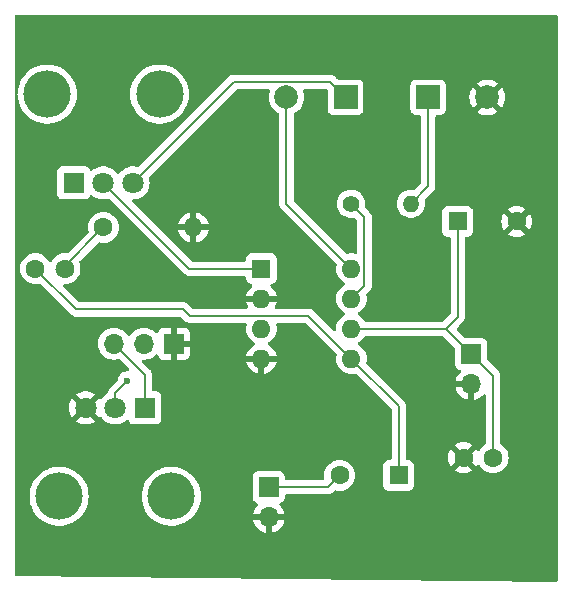
<source format=gtl>
%TF.GenerationSoftware,KiCad,Pcbnew,8.0.1*%
%TF.CreationDate,2024-10-27T16:12:31-04:00*%
%TF.ProjectId,audio amplifier,61756469-6f20-4616-9d70-6c6966696572,rev?*%
%TF.SameCoordinates,Original*%
%TF.FileFunction,Copper,L1,Top*%
%TF.FilePolarity,Positive*%
%FSLAX46Y46*%
G04 Gerber Fmt 4.6, Leading zero omitted, Abs format (unit mm)*
G04 Created by KiCad (PCBNEW 8.0.1) date 2024-10-27 16:12:31*
%MOMM*%
%LPD*%
G01*
G04 APERTURE LIST*
%TA.AperFunction,ComponentPad*%
%ADD10R,1.600000X1.600000*%
%TD*%
%TA.AperFunction,ComponentPad*%
%ADD11C,1.600000*%
%TD*%
%TA.AperFunction,ComponentPad*%
%ADD12O,1.600000X1.600000*%
%TD*%
%TA.AperFunction,ComponentPad*%
%ADD13R,1.700000X1.700000*%
%TD*%
%TA.AperFunction,ComponentPad*%
%ADD14O,1.700000X1.700000*%
%TD*%
%TA.AperFunction,ComponentPad*%
%ADD15O,4.000000X4.000000*%
%TD*%
%TA.AperFunction,ComponentPad*%
%ADD16R,1.800000X1.800000*%
%TD*%
%TA.AperFunction,ComponentPad*%
%ADD17C,1.800000*%
%TD*%
%TA.AperFunction,ComponentPad*%
%ADD18C,1.400000*%
%TD*%
%TA.AperFunction,ComponentPad*%
%ADD19O,1.400000X1.400000*%
%TD*%
%TA.AperFunction,ComponentPad*%
%ADD20R,2.000000X2.000000*%
%TD*%
%TA.AperFunction,ComponentPad*%
%ADD21C,2.000000*%
%TD*%
%TA.AperFunction,ViaPad*%
%ADD22C,0.600000*%
%TD*%
%TA.AperFunction,Conductor*%
%ADD23C,0.200000*%
%TD*%
G04 APERTURE END LIST*
D10*
%TO.P,C6,1*%
%TO.N,+9V*%
X131500000Y-78500000D03*
D11*
%TO.P,C6,2*%
%TO.N,GND*%
X136500000Y-78500000D03*
%TD*%
D10*
%TO.P,U1,1,GAIN*%
%TO.N,Net-(RV1-Pad2)*%
X114880000Y-82500000D03*
D12*
%TO.P,U1,2,-*%
%TO.N,GND*%
X114880000Y-85040000D03*
%TO.P,U1,3,+*%
%TO.N,Net-(U1-+)*%
X114880000Y-87580000D03*
%TO.P,U1,4,GND*%
%TO.N,GND*%
X114880000Y-90120000D03*
%TO.P,U1,5*%
%TO.N,Net-(C2-Pad1)*%
X122500000Y-90120000D03*
%TO.P,U1,6,V+*%
%TO.N,+9V*%
X122500000Y-87580000D03*
%TO.P,U1,7,BYPASS*%
%TO.N,Net-(U1-BYPASS)*%
X122500000Y-85040000D03*
%TO.P,U1,8,GAIN*%
%TO.N,Net-(C1-Pad2)*%
X122500000Y-82500000D03*
%TD*%
D11*
%TO.P,R1,1*%
%TO.N,Net-(C3-Pad2)*%
X101500000Y-79000000D03*
D12*
%TO.P,R1,2*%
%TO.N,GND*%
X109120000Y-79000000D03*
%TD*%
D13*
%TO.P,J3,1,Pin_1*%
%TO.N,+9V*%
X132650000Y-89730000D03*
D14*
%TO.P,J3,2,Pin_2*%
%TO.N,GND*%
X132650000Y-92270000D03*
%TD*%
D11*
%TO.P,C3,1*%
%TO.N,Net-(C2-Pad1)*%
X95750000Y-82500000D03*
%TO.P,C3,2*%
%TO.N,Net-(C3-Pad2)*%
X98250000Y-82500000D03*
%TD*%
D15*
%TO.P,RV1,*%
%TO.N,*%
X96750000Y-67725000D03*
X106250000Y-67725000D03*
D16*
%TO.P,RV1,1,1*%
%TO.N,unconnected-(RV1-Pad1)*%
X99000000Y-75225000D03*
D17*
%TO.P,RV1,2,2*%
%TO.N,Net-(RV1-Pad2)*%
X101500000Y-75225000D03*
%TO.P,RV1,3,3*%
%TO.N,Net-(C1-Pad1)*%
X104000000Y-75225000D03*
%TD*%
D18*
%TO.P,R2,1*%
%TO.N,Net-(U1-BYPASS)*%
X122460000Y-77000000D03*
D19*
%TO.P,R2,2*%
%TO.N,Net-(C4-Pad1)*%
X127540000Y-77000000D03*
%TD*%
D20*
%TO.P,C4,1*%
%TO.N,Net-(C4-Pad1)*%
X129000000Y-68000000D03*
D21*
%TO.P,C4,2*%
%TO.N,GND*%
X134000000Y-68000000D03*
%TD*%
D10*
%TO.P,C2,1*%
%TO.N,Net-(C2-Pad1)*%
X126500000Y-100000000D03*
D11*
%TO.P,C2,2*%
%TO.N,Net-(J1-Pin_1)*%
X121500000Y-100000000D03*
%TD*%
%TO.P,C7,1*%
%TO.N,+9V*%
X134500000Y-98500000D03*
%TO.P,C7,2*%
%TO.N,GND*%
X132000000Y-98500000D03*
%TD*%
D20*
%TO.P,C1,1*%
%TO.N,Net-(C1-Pad1)*%
X122000000Y-68000000D03*
D21*
%TO.P,C1,2*%
%TO.N,Net-(C1-Pad2)*%
X117000000Y-68000000D03*
%TD*%
D13*
%TO.P,J2,1,Pin_1*%
%TO.N,GND*%
X107460000Y-88850000D03*
D14*
%TO.P,J2,2,Pin_2*%
%TO.N,unconnected-(J2-Pin_2-Pad2)*%
X104920000Y-88850000D03*
%TO.P,J2,3,Pin_3*%
%TO.N,Net-(J2-Pin_3)*%
X102380000Y-88850000D03*
%TD*%
D15*
%TO.P,RV2,*%
%TO.N,*%
X107250000Y-101775000D03*
X97750000Y-101775000D03*
D16*
%TO.P,RV2,1,1*%
%TO.N,Net-(J2-Pin_3)*%
X105000000Y-94275000D03*
D17*
%TO.P,RV2,2,2*%
%TO.N,Net-(U1-+)*%
X102500000Y-94275000D03*
%TO.P,RV2,3,3*%
%TO.N,GND*%
X100000000Y-94275000D03*
%TD*%
D13*
%TO.P,J1,1,Pin_1*%
%TO.N,Net-(J1-Pin_1)*%
X115500000Y-101000000D03*
D14*
%TO.P,J1,2,Pin_2*%
%TO.N,GND*%
X115500000Y-103540000D03*
%TD*%
D22*
%TO.N,GND*%
X96500000Y-90500000D03*
X113000000Y-95500000D03*
X112500000Y-74500000D03*
X137500000Y-64000000D03*
X136000000Y-106000000D03*
%TO.N,Net-(U1-+)*%
X103500000Y-92000000D03*
%TD*%
D23*
%TO.N,Net-(RV1-Pad2)*%
X101500000Y-75225000D02*
X108775000Y-82500000D01*
X108775000Y-82500000D02*
X114880000Y-82500000D01*
%TO.N,Net-(C1-Pad1)*%
X122000000Y-68000000D02*
X120700000Y-66700000D01*
X120700000Y-66700000D02*
X112525000Y-66700000D01*
X112525000Y-66700000D02*
X104000000Y-75225000D01*
%TO.N,Net-(U1-+)*%
X102500000Y-93000000D02*
X103500000Y-92000000D01*
X102500000Y-94275000D02*
X102500000Y-93000000D01*
%TO.N,Net-(J2-Pin_3)*%
X102380000Y-88850000D02*
X105000000Y-91470000D01*
X105000000Y-91470000D02*
X105000000Y-94275000D01*
%TO.N,Net-(C1-Pad2)*%
X117000000Y-68000000D02*
X117000000Y-77000000D01*
X117000000Y-77000000D02*
X122500000Y-82500000D01*
%TO.N,Net-(J1-Pin_1)*%
X115500000Y-101000000D02*
X120500000Y-101000000D01*
X120500000Y-101000000D02*
X121500000Y-100000000D01*
%TO.N,Net-(C2-Pad1)*%
X108790000Y-86480000D02*
X118860000Y-86480000D01*
X126500000Y-94120000D02*
X122500000Y-90120000D01*
X118860000Y-86480000D02*
X122500000Y-90120000D01*
X99200000Y-85950000D02*
X108260000Y-85950000D01*
X95750000Y-82500000D02*
X99200000Y-85950000D01*
X108260000Y-85950000D02*
X108790000Y-86480000D01*
X126500000Y-100000000D02*
X126500000Y-94120000D01*
%TO.N,Net-(C3-Pad2)*%
X98000000Y-82500000D02*
X101500000Y-79000000D01*
X97500000Y-82500000D02*
X98000000Y-82500000D01*
%TO.N,Net-(C4-Pad1)*%
X129000000Y-68000000D02*
X129000000Y-75540000D01*
X129000000Y-75540000D02*
X127540000Y-77000000D01*
%TO.N,+9V*%
X131500000Y-86580000D02*
X130500000Y-87580000D01*
X122500000Y-87580000D02*
X130500000Y-87580000D01*
X131500000Y-78500000D02*
X131500000Y-86580000D01*
X132650000Y-89730000D02*
X132650000Y-89350000D01*
X130500000Y-87580000D02*
X132650000Y-89730000D01*
X132650000Y-89730000D02*
X134500000Y-91580000D01*
X134500000Y-91580000D02*
X134500000Y-98500000D01*
%TO.N,Net-(U1-BYPASS)*%
X123600000Y-83940000D02*
X122500000Y-85040000D01*
X123600000Y-78140000D02*
X123600000Y-83940000D01*
X122460000Y-77000000D02*
X123600000Y-78140000D01*
%TD*%
%TA.AperFunction,Conductor*%
%TO.N,GND*%
G36*
X115545566Y-67320185D02*
G01*
X115591321Y-67372989D01*
X115601265Y-67442147D01*
X115592083Y-67474307D01*
X115580814Y-67500000D01*
X115575936Y-67511121D01*
X115514892Y-67752175D01*
X115514890Y-67752187D01*
X115494357Y-67999994D01*
X115494357Y-68000005D01*
X115514890Y-68247812D01*
X115514892Y-68247824D01*
X115575936Y-68488881D01*
X115675826Y-68716606D01*
X115811833Y-68924782D01*
X115818484Y-68932007D01*
X115980256Y-69107738D01*
X116176491Y-69260474D01*
X116176494Y-69260476D01*
X116176496Y-69260477D01*
X116242609Y-69296255D01*
X116334517Y-69345993D01*
X116384108Y-69395212D01*
X116399500Y-69455048D01*
X116399500Y-76913330D01*
X116399499Y-76913348D01*
X116399499Y-77079054D01*
X116399498Y-77079054D01*
X116399499Y-77079057D01*
X116440423Y-77231785D01*
X116464643Y-77273735D01*
X116469358Y-77281900D01*
X116469359Y-77281904D01*
X116469360Y-77281904D01*
X116504318Y-77342455D01*
X116519479Y-77368714D01*
X116519481Y-77368717D01*
X116638349Y-77487585D01*
X116638355Y-77487590D01*
X121208058Y-82057294D01*
X121241543Y-82118617D01*
X121240152Y-82177068D01*
X121214366Y-82273302D01*
X121214364Y-82273313D01*
X121194532Y-82499998D01*
X121194532Y-82500001D01*
X121214364Y-82726686D01*
X121214366Y-82726697D01*
X121273258Y-82946488D01*
X121273261Y-82946497D01*
X121369431Y-83152732D01*
X121369432Y-83152734D01*
X121499954Y-83339141D01*
X121660858Y-83500045D01*
X121660861Y-83500047D01*
X121847266Y-83630568D01*
X121905275Y-83657618D01*
X121957714Y-83703791D01*
X121976866Y-83770984D01*
X121956650Y-83837865D01*
X121905275Y-83882382D01*
X121847267Y-83909431D01*
X121847265Y-83909432D01*
X121660858Y-84039954D01*
X121499954Y-84200858D01*
X121369432Y-84387265D01*
X121369431Y-84387267D01*
X121273261Y-84593502D01*
X121273258Y-84593511D01*
X121214366Y-84813302D01*
X121214364Y-84813313D01*
X121194532Y-85039998D01*
X121194532Y-85040001D01*
X121214364Y-85266686D01*
X121214366Y-85266697D01*
X121273258Y-85486488D01*
X121273261Y-85486497D01*
X121369431Y-85692732D01*
X121369432Y-85692734D01*
X121499954Y-85879141D01*
X121660858Y-86040045D01*
X121660861Y-86040047D01*
X121847266Y-86170568D01*
X121905275Y-86197618D01*
X121957714Y-86243791D01*
X121976866Y-86310984D01*
X121956650Y-86377865D01*
X121905275Y-86422382D01*
X121847267Y-86449431D01*
X121847265Y-86449432D01*
X121660858Y-86579954D01*
X121499954Y-86740858D01*
X121369432Y-86927265D01*
X121369431Y-86927267D01*
X121273261Y-87133502D01*
X121273258Y-87133511D01*
X121214366Y-87353302D01*
X121214364Y-87353313D01*
X121194532Y-87579998D01*
X121194532Y-87580002D01*
X121201780Y-87662848D01*
X121188013Y-87731348D01*
X121139398Y-87781531D01*
X121071369Y-87797464D01*
X121005526Y-87774089D01*
X120990571Y-87761336D01*
X119347590Y-86118355D01*
X119347588Y-86118352D01*
X119228717Y-85999481D01*
X119228709Y-85999475D01*
X119126560Y-85940500D01*
X119091788Y-85920424D01*
X119091787Y-85920423D01*
X119030693Y-85904053D01*
X118939057Y-85879499D01*
X118780943Y-85879499D01*
X118773347Y-85879499D01*
X118773331Y-85879500D01*
X116116934Y-85879500D01*
X116049895Y-85859815D01*
X116004140Y-85807011D01*
X115994196Y-85737853D01*
X116008150Y-85697531D01*
X116007846Y-85697389D01*
X116009218Y-85694446D01*
X116009544Y-85693505D01*
X116010132Y-85692485D01*
X116106265Y-85486326D01*
X116106269Y-85486317D01*
X116158872Y-85290000D01*
X115195686Y-85290000D01*
X115200080Y-85285606D01*
X115252741Y-85194394D01*
X115280000Y-85092661D01*
X115280000Y-84987339D01*
X115252741Y-84885606D01*
X115200080Y-84794394D01*
X115195686Y-84790000D01*
X116158872Y-84790000D01*
X116158872Y-84789999D01*
X116106269Y-84593682D01*
X116106265Y-84593673D01*
X116010134Y-84387517D01*
X115879657Y-84201179D01*
X115718820Y-84040342D01*
X115693779Y-84022808D01*
X115650154Y-83968230D01*
X115642962Y-83898732D01*
X115674484Y-83836377D01*
X115734714Y-83800964D01*
X115751650Y-83797943D01*
X115787483Y-83794091D01*
X115922328Y-83743797D01*
X115922327Y-83743797D01*
X115922331Y-83743796D01*
X116037546Y-83657546D01*
X116123796Y-83542331D01*
X116174091Y-83407483D01*
X116180500Y-83347873D01*
X116180499Y-81652128D01*
X116174091Y-81592517D01*
X116139567Y-81499954D01*
X116123797Y-81457671D01*
X116123793Y-81457664D01*
X116037547Y-81342455D01*
X116037544Y-81342452D01*
X115922335Y-81256206D01*
X115922328Y-81256202D01*
X115787482Y-81205908D01*
X115787483Y-81205908D01*
X115727883Y-81199501D01*
X115727881Y-81199500D01*
X115727873Y-81199500D01*
X115727864Y-81199500D01*
X114032129Y-81199500D01*
X114032123Y-81199501D01*
X113972516Y-81205908D01*
X113837671Y-81256202D01*
X113837664Y-81256206D01*
X113722455Y-81342452D01*
X113722452Y-81342455D01*
X113636206Y-81457664D01*
X113636202Y-81457671D01*
X113585908Y-81592517D01*
X113579501Y-81652116D01*
X113579501Y-81652123D01*
X113579500Y-81652135D01*
X113579500Y-81775500D01*
X113559815Y-81842539D01*
X113507011Y-81888294D01*
X113455500Y-81899500D01*
X109075098Y-81899500D01*
X109008059Y-81879815D01*
X108987417Y-81863181D01*
X106496977Y-79372741D01*
X105874235Y-78749999D01*
X107841127Y-78749999D01*
X107841128Y-78750000D01*
X108804314Y-78750000D01*
X108799920Y-78754394D01*
X108747259Y-78845606D01*
X108720000Y-78947339D01*
X108720000Y-79052661D01*
X108747259Y-79154394D01*
X108799920Y-79245606D01*
X108804314Y-79250000D01*
X107841128Y-79250000D01*
X107893730Y-79446317D01*
X107893734Y-79446326D01*
X107989865Y-79652482D01*
X108120342Y-79838820D01*
X108281179Y-79999657D01*
X108467517Y-80130134D01*
X108673673Y-80226265D01*
X108673682Y-80226269D01*
X108869999Y-80278872D01*
X108870000Y-80278871D01*
X108870000Y-79315686D01*
X108874394Y-79320080D01*
X108965606Y-79372741D01*
X109067339Y-79400000D01*
X109172661Y-79400000D01*
X109274394Y-79372741D01*
X109365606Y-79320080D01*
X109370000Y-79315686D01*
X109370000Y-80278872D01*
X109566317Y-80226269D01*
X109566326Y-80226265D01*
X109772482Y-80130134D01*
X109958820Y-79999657D01*
X110119657Y-79838820D01*
X110250134Y-79652482D01*
X110346265Y-79446326D01*
X110346269Y-79446317D01*
X110398872Y-79250000D01*
X109435686Y-79250000D01*
X109440080Y-79245606D01*
X109492741Y-79154394D01*
X109520000Y-79052661D01*
X109520000Y-78947339D01*
X109492741Y-78845606D01*
X109440080Y-78754394D01*
X109435686Y-78750000D01*
X110398872Y-78750000D01*
X110398872Y-78749999D01*
X110346269Y-78553682D01*
X110346265Y-78553673D01*
X110250134Y-78347517D01*
X110119657Y-78161179D01*
X109958820Y-78000342D01*
X109772482Y-77869865D01*
X109566328Y-77773734D01*
X109370000Y-77721127D01*
X109370000Y-78684314D01*
X109365606Y-78679920D01*
X109274394Y-78627259D01*
X109172661Y-78600000D01*
X109067339Y-78600000D01*
X108965606Y-78627259D01*
X108874394Y-78679920D01*
X108870000Y-78684314D01*
X108870000Y-77721127D01*
X108673671Y-77773734D01*
X108467517Y-77869865D01*
X108281179Y-78000342D01*
X108120342Y-78161179D01*
X107989865Y-78347517D01*
X107893734Y-78553673D01*
X107893730Y-78553682D01*
X107841127Y-78749999D01*
X105874235Y-78749999D01*
X103961415Y-76837180D01*
X103927931Y-76775858D01*
X103932915Y-76706166D01*
X103974787Y-76650233D01*
X104040251Y-76625816D01*
X104049097Y-76625500D01*
X104116048Y-76625500D01*
X104116049Y-76625500D01*
X104344981Y-76587298D01*
X104564503Y-76511936D01*
X104768626Y-76401470D01*
X104951784Y-76258913D01*
X105108979Y-76088153D01*
X105235924Y-75893849D01*
X105329157Y-75681300D01*
X105386134Y-75456305D01*
X105396800Y-75327582D01*
X105405300Y-75225006D01*
X105405300Y-75224993D01*
X105386135Y-74993702D01*
X105386131Y-74993682D01*
X105341680Y-74818151D01*
X105344304Y-74748331D01*
X105374202Y-74700031D01*
X112737417Y-67336819D01*
X112798740Y-67303334D01*
X112825098Y-67300500D01*
X115478527Y-67300500D01*
X115545566Y-67320185D01*
G37*
%TD.AperFunction*%
%TA.AperFunction,Conductor*%
G36*
X139942539Y-61020185D02*
G01*
X139988294Y-61072989D01*
X139999500Y-61124500D01*
X139999500Y-108868819D01*
X139979815Y-108935858D01*
X139927011Y-108981613D01*
X139874181Y-108992812D01*
X94123181Y-108506100D01*
X94056355Y-108485703D01*
X94011164Y-108432416D01*
X94000500Y-108382107D01*
X94000500Y-101775005D01*
X95244556Y-101775005D01*
X95264310Y-102089004D01*
X95264311Y-102089011D01*
X95323270Y-102398083D01*
X95420497Y-102697316D01*
X95420499Y-102697321D01*
X95554461Y-102982003D01*
X95554464Y-102982009D01*
X95723051Y-103247661D01*
X95723054Y-103247665D01*
X95923606Y-103490090D01*
X95923608Y-103490092D01*
X96152968Y-103705476D01*
X96152978Y-103705484D01*
X96407504Y-103890408D01*
X96407509Y-103890410D01*
X96407516Y-103890416D01*
X96683234Y-104041994D01*
X96683239Y-104041996D01*
X96683241Y-104041997D01*
X96683242Y-104041998D01*
X96975771Y-104157818D01*
X96975774Y-104157819D01*
X97208521Y-104217578D01*
X97280527Y-104236066D01*
X97346010Y-104244338D01*
X97592670Y-104275499D01*
X97592679Y-104275499D01*
X97592682Y-104275500D01*
X97592684Y-104275500D01*
X97907316Y-104275500D01*
X97907318Y-104275500D01*
X97907321Y-104275499D01*
X97907329Y-104275499D01*
X98093593Y-104251968D01*
X98219473Y-104236066D01*
X98524225Y-104157819D01*
X98524228Y-104157818D01*
X98816757Y-104041998D01*
X98816758Y-104041997D01*
X98816756Y-104041997D01*
X98816766Y-104041994D01*
X99092484Y-103890416D01*
X99347030Y-103705478D01*
X99576390Y-103490094D01*
X99776947Y-103247663D01*
X99945537Y-102982007D01*
X100079503Y-102697315D01*
X100176731Y-102398079D01*
X100235688Y-102089015D01*
X100235689Y-102089004D01*
X100255444Y-101775005D01*
X104744556Y-101775005D01*
X104764310Y-102089004D01*
X104764311Y-102089011D01*
X104823270Y-102398083D01*
X104920497Y-102697316D01*
X104920499Y-102697321D01*
X105054461Y-102982003D01*
X105054464Y-102982009D01*
X105223051Y-103247661D01*
X105223054Y-103247665D01*
X105423606Y-103490090D01*
X105423608Y-103490092D01*
X105652968Y-103705476D01*
X105652978Y-103705484D01*
X105907504Y-103890408D01*
X105907509Y-103890410D01*
X105907516Y-103890416D01*
X106183234Y-104041994D01*
X106183239Y-104041996D01*
X106183241Y-104041997D01*
X106183242Y-104041998D01*
X106475771Y-104157818D01*
X106475774Y-104157819D01*
X106708521Y-104217578D01*
X106780527Y-104236066D01*
X106846010Y-104244338D01*
X107092670Y-104275499D01*
X107092679Y-104275499D01*
X107092682Y-104275500D01*
X107092684Y-104275500D01*
X107407316Y-104275500D01*
X107407318Y-104275500D01*
X107407321Y-104275499D01*
X107407329Y-104275499D01*
X107593593Y-104251968D01*
X107719473Y-104236066D01*
X108024225Y-104157819D01*
X108024228Y-104157818D01*
X108316757Y-104041998D01*
X108316758Y-104041997D01*
X108316756Y-104041997D01*
X108316766Y-104041994D01*
X108592484Y-103890416D01*
X108847030Y-103705478D01*
X109076390Y-103490094D01*
X109276947Y-103247663D01*
X109445537Y-102982007D01*
X109579503Y-102697315D01*
X109676731Y-102398079D01*
X109735688Y-102089015D01*
X109735689Y-102089004D01*
X109747714Y-101897870D01*
X114149500Y-101897870D01*
X114149501Y-101897876D01*
X114155908Y-101957483D01*
X114206202Y-102092328D01*
X114206206Y-102092335D01*
X114292452Y-102207544D01*
X114292455Y-102207547D01*
X114407664Y-102293793D01*
X114407671Y-102293797D01*
X114407674Y-102293798D01*
X114539598Y-102343002D01*
X114595531Y-102384873D01*
X114619949Y-102450337D01*
X114605098Y-102518610D01*
X114583947Y-102546865D01*
X114461886Y-102668926D01*
X114326400Y-102862420D01*
X114326399Y-102862422D01*
X114226570Y-103076507D01*
X114226567Y-103076513D01*
X114169364Y-103289999D01*
X114169364Y-103290000D01*
X115066988Y-103290000D01*
X115034075Y-103347007D01*
X115000000Y-103474174D01*
X115000000Y-103605826D01*
X115034075Y-103732993D01*
X115066988Y-103790000D01*
X114169364Y-103790000D01*
X114226567Y-104003486D01*
X114226570Y-104003492D01*
X114326399Y-104217578D01*
X114461894Y-104411082D01*
X114628917Y-104578105D01*
X114822421Y-104713600D01*
X115036507Y-104813429D01*
X115036516Y-104813433D01*
X115250000Y-104870634D01*
X115250000Y-103973012D01*
X115307007Y-104005925D01*
X115434174Y-104040000D01*
X115565826Y-104040000D01*
X115692993Y-104005925D01*
X115750000Y-103973012D01*
X115750000Y-104870633D01*
X115963483Y-104813433D01*
X115963492Y-104813429D01*
X116177578Y-104713600D01*
X116371082Y-104578105D01*
X116538105Y-104411082D01*
X116673600Y-104217578D01*
X116773429Y-104003492D01*
X116773432Y-104003486D01*
X116830636Y-103790000D01*
X115933012Y-103790000D01*
X115965925Y-103732993D01*
X116000000Y-103605826D01*
X116000000Y-103474174D01*
X115965925Y-103347007D01*
X115933012Y-103290000D01*
X116830636Y-103290000D01*
X116830635Y-103289999D01*
X116773432Y-103076513D01*
X116773429Y-103076507D01*
X116673600Y-102862422D01*
X116673599Y-102862420D01*
X116538113Y-102668926D01*
X116538108Y-102668920D01*
X116416053Y-102546865D01*
X116382568Y-102485542D01*
X116387552Y-102415850D01*
X116429424Y-102359917D01*
X116460400Y-102343002D01*
X116592331Y-102293796D01*
X116707546Y-102207546D01*
X116793796Y-102092331D01*
X116844091Y-101957483D01*
X116850500Y-101897873D01*
X116850500Y-101724500D01*
X116870185Y-101657461D01*
X116922989Y-101611706D01*
X116974500Y-101600500D01*
X120413331Y-101600500D01*
X120413347Y-101600501D01*
X120420943Y-101600501D01*
X120579054Y-101600501D01*
X120579057Y-101600501D01*
X120731785Y-101559577D01*
X120781904Y-101530639D01*
X120868716Y-101480520D01*
X120980520Y-101368716D01*
X120980520Y-101368714D01*
X120990728Y-101358507D01*
X120990730Y-101358504D01*
X121057294Y-101291939D01*
X121118615Y-101258456D01*
X121177066Y-101259847D01*
X121196604Y-101265082D01*
X121273308Y-101285635D01*
X121435230Y-101299801D01*
X121499998Y-101305468D01*
X121500000Y-101305468D01*
X121500002Y-101305468D01*
X121556807Y-101300498D01*
X121726692Y-101285635D01*
X121946496Y-101226739D01*
X122152734Y-101130568D01*
X122339139Y-101000047D01*
X122500047Y-100839139D01*
X122630568Y-100652734D01*
X122726739Y-100446496D01*
X122785635Y-100226692D01*
X122805468Y-100000000D01*
X122785635Y-99773308D01*
X122726739Y-99553504D01*
X122630568Y-99347266D01*
X122500047Y-99160861D01*
X122500045Y-99160858D01*
X122339141Y-98999954D01*
X122152734Y-98869432D01*
X122152732Y-98869431D01*
X121946497Y-98773261D01*
X121946488Y-98773258D01*
X121726697Y-98714366D01*
X121726693Y-98714365D01*
X121726692Y-98714365D01*
X121726691Y-98714364D01*
X121726686Y-98714364D01*
X121500002Y-98694532D01*
X121499998Y-98694532D01*
X121273313Y-98714364D01*
X121273302Y-98714366D01*
X121053511Y-98773258D01*
X121053502Y-98773261D01*
X120847267Y-98869431D01*
X120847265Y-98869432D01*
X120660858Y-98999954D01*
X120499954Y-99160858D01*
X120369432Y-99347265D01*
X120369431Y-99347267D01*
X120273261Y-99553502D01*
X120273258Y-99553511D01*
X120214366Y-99773302D01*
X120214364Y-99773313D01*
X120194532Y-99999998D01*
X120194532Y-100000001D01*
X120203467Y-100102135D01*
X120214365Y-100226692D01*
X120218843Y-100243407D01*
X120217181Y-100313256D01*
X120178019Y-100371118D01*
X120113791Y-100398623D01*
X120099069Y-100399500D01*
X116974499Y-100399500D01*
X116907460Y-100379815D01*
X116861705Y-100327011D01*
X116850499Y-100275500D01*
X116850499Y-100102129D01*
X116850498Y-100102123D01*
X116850497Y-100102116D01*
X116844091Y-100042517D01*
X116828233Y-100000000D01*
X116793797Y-99907671D01*
X116793793Y-99907664D01*
X116707547Y-99792455D01*
X116707544Y-99792452D01*
X116592335Y-99706206D01*
X116592328Y-99706202D01*
X116457482Y-99655908D01*
X116457483Y-99655908D01*
X116397883Y-99649501D01*
X116397881Y-99649500D01*
X116397873Y-99649500D01*
X116397864Y-99649500D01*
X114602129Y-99649500D01*
X114602123Y-99649501D01*
X114542516Y-99655908D01*
X114407671Y-99706202D01*
X114407664Y-99706206D01*
X114292455Y-99792452D01*
X114292452Y-99792455D01*
X114206206Y-99907664D01*
X114206202Y-99907671D01*
X114155908Y-100042517D01*
X114149501Y-100102116D01*
X114149501Y-100102123D01*
X114149500Y-100102135D01*
X114149500Y-101897870D01*
X109747714Y-101897870D01*
X109755444Y-101775005D01*
X109755444Y-101774994D01*
X109735689Y-101460995D01*
X109735688Y-101460988D01*
X109735688Y-101460985D01*
X109676731Y-101151921D01*
X109579503Y-100852685D01*
X109577243Y-100847883D01*
X109445538Y-100567996D01*
X109445537Y-100567993D01*
X109410414Y-100512648D01*
X109276948Y-100302338D01*
X109276945Y-100302334D01*
X109076393Y-100059909D01*
X109076391Y-100059907D01*
X108914275Y-99907669D01*
X108847030Y-99844522D01*
X108847027Y-99844520D01*
X108847021Y-99844515D01*
X108592495Y-99659591D01*
X108592488Y-99659586D01*
X108592484Y-99659584D01*
X108316766Y-99508006D01*
X108316763Y-99508004D01*
X108316758Y-99508002D01*
X108316757Y-99508001D01*
X108024228Y-99392181D01*
X108024225Y-99392180D01*
X107719476Y-99313934D01*
X107719463Y-99313932D01*
X107407329Y-99274500D01*
X107407318Y-99274500D01*
X107092682Y-99274500D01*
X107092670Y-99274500D01*
X106780536Y-99313932D01*
X106780523Y-99313934D01*
X106475774Y-99392180D01*
X106475771Y-99392181D01*
X106183242Y-99508001D01*
X106183241Y-99508002D01*
X105907516Y-99659584D01*
X105907504Y-99659591D01*
X105652978Y-99844515D01*
X105652968Y-99844523D01*
X105423608Y-100059907D01*
X105423606Y-100059909D01*
X105223054Y-100302334D01*
X105223051Y-100302338D01*
X105054464Y-100567990D01*
X105054461Y-100567996D01*
X104920499Y-100852678D01*
X104920497Y-100852683D01*
X104823270Y-101151916D01*
X104764311Y-101460988D01*
X104764310Y-101460995D01*
X104744556Y-101774994D01*
X104744556Y-101775005D01*
X100255444Y-101775005D01*
X100255444Y-101774994D01*
X100235689Y-101460995D01*
X100235688Y-101460988D01*
X100235688Y-101460985D01*
X100176731Y-101151921D01*
X100079503Y-100852685D01*
X100077243Y-100847883D01*
X99945538Y-100567996D01*
X99945537Y-100567993D01*
X99910414Y-100512648D01*
X99776948Y-100302338D01*
X99776945Y-100302334D01*
X99576393Y-100059909D01*
X99576391Y-100059907D01*
X99414275Y-99907669D01*
X99347030Y-99844522D01*
X99347027Y-99844520D01*
X99347021Y-99844515D01*
X99092495Y-99659591D01*
X99092488Y-99659586D01*
X99092484Y-99659584D01*
X98816766Y-99508006D01*
X98816763Y-99508004D01*
X98816758Y-99508002D01*
X98816757Y-99508001D01*
X98524228Y-99392181D01*
X98524225Y-99392180D01*
X98219476Y-99313934D01*
X98219463Y-99313932D01*
X97907329Y-99274500D01*
X97907318Y-99274500D01*
X97592682Y-99274500D01*
X97592670Y-99274500D01*
X97280536Y-99313932D01*
X97280523Y-99313934D01*
X96975774Y-99392180D01*
X96975771Y-99392181D01*
X96683242Y-99508001D01*
X96683241Y-99508002D01*
X96407516Y-99659584D01*
X96407504Y-99659591D01*
X96152978Y-99844515D01*
X96152968Y-99844523D01*
X95923608Y-100059907D01*
X95923606Y-100059909D01*
X95723054Y-100302334D01*
X95723051Y-100302338D01*
X95554464Y-100567990D01*
X95554461Y-100567996D01*
X95420499Y-100852678D01*
X95420497Y-100852683D01*
X95323270Y-101151916D01*
X95264311Y-101460988D01*
X95264310Y-101460995D01*
X95244556Y-101774994D01*
X95244556Y-101775005D01*
X94000500Y-101775005D01*
X94000500Y-94275005D01*
X98595202Y-94275005D01*
X98614361Y-94506218D01*
X98671317Y-94731135D01*
X98764515Y-94943606D01*
X98848812Y-95072633D01*
X99517037Y-94404408D01*
X99534075Y-94467993D01*
X99599901Y-94582007D01*
X99692993Y-94675099D01*
X99807007Y-94740925D01*
X99870590Y-94757962D01*
X99201201Y-95427351D01*
X99231649Y-95451050D01*
X99435697Y-95561476D01*
X99435706Y-95561479D01*
X99655139Y-95636811D01*
X99883993Y-95675000D01*
X100116007Y-95675000D01*
X100344860Y-95636811D01*
X100564293Y-95561479D01*
X100564301Y-95561476D01*
X100768355Y-95451047D01*
X100798797Y-95427351D01*
X100798798Y-95427350D01*
X100129410Y-94757962D01*
X100192993Y-94740925D01*
X100307007Y-94675099D01*
X100400099Y-94582007D01*
X100465925Y-94467993D01*
X100482962Y-94404409D01*
X101151186Y-95072633D01*
X101155967Y-95072137D01*
X101199036Y-95035380D01*
X101268268Y-95025956D01*
X101331604Y-95055457D01*
X101353509Y-95080737D01*
X101391016Y-95138147D01*
X101391019Y-95138151D01*
X101391021Y-95138153D01*
X101548216Y-95308913D01*
X101548219Y-95308915D01*
X101548222Y-95308918D01*
X101731365Y-95451464D01*
X101731371Y-95451468D01*
X101731374Y-95451470D01*
X101881185Y-95532544D01*
X101934652Y-95561479D01*
X101935497Y-95561936D01*
X102049487Y-95601068D01*
X102155015Y-95637297D01*
X102155017Y-95637297D01*
X102155019Y-95637298D01*
X102383951Y-95675500D01*
X102383952Y-95675500D01*
X102616048Y-95675500D01*
X102616049Y-95675500D01*
X102844981Y-95637298D01*
X103064503Y-95561936D01*
X103268626Y-95451470D01*
X103445563Y-95313754D01*
X103510556Y-95288112D01*
X103579096Y-95301678D01*
X103629421Y-95350147D01*
X103637907Y-95368275D01*
X103656202Y-95417328D01*
X103656206Y-95417335D01*
X103742452Y-95532544D01*
X103742455Y-95532547D01*
X103857664Y-95618793D01*
X103857671Y-95618797D01*
X103992517Y-95669091D01*
X103992516Y-95669091D01*
X103999444Y-95669835D01*
X104052127Y-95675500D01*
X105947872Y-95675499D01*
X106007483Y-95669091D01*
X106142331Y-95618796D01*
X106257546Y-95532546D01*
X106343796Y-95417331D01*
X106394091Y-95282483D01*
X106400500Y-95222873D01*
X106400499Y-93327128D01*
X106394091Y-93267517D01*
X106384233Y-93241087D01*
X106343797Y-93132671D01*
X106343793Y-93132664D01*
X106257547Y-93017455D01*
X106257544Y-93017452D01*
X106142335Y-92931206D01*
X106142328Y-92931202D01*
X106007482Y-92880908D01*
X106007483Y-92880908D01*
X105947883Y-92874501D01*
X105947881Y-92874500D01*
X105947873Y-92874500D01*
X105947865Y-92874500D01*
X105724500Y-92874500D01*
X105657461Y-92854815D01*
X105611706Y-92802011D01*
X105600500Y-92750500D01*
X105600500Y-91559060D01*
X105600501Y-91559047D01*
X105600501Y-91390944D01*
X105597973Y-91381510D01*
X105559577Y-91238216D01*
X105488366Y-91114873D01*
X105480524Y-91101290D01*
X105480518Y-91101282D01*
X104793667Y-90414431D01*
X104760182Y-90353108D01*
X104765166Y-90283416D01*
X104807038Y-90227483D01*
X104872502Y-90203066D01*
X104892144Y-90203221D01*
X104920000Y-90205659D01*
X105155408Y-90185063D01*
X105383663Y-90123903D01*
X105597830Y-90024035D01*
X105791401Y-89888495D01*
X105913717Y-89766178D01*
X105975036Y-89732696D01*
X106044728Y-89737680D01*
X106100662Y-89779551D01*
X106117577Y-89810528D01*
X106166646Y-89942088D01*
X106166649Y-89942093D01*
X106252809Y-90057187D01*
X106252812Y-90057190D01*
X106367906Y-90143350D01*
X106367913Y-90143354D01*
X106502620Y-90193596D01*
X106502627Y-90193598D01*
X106562155Y-90199999D01*
X106562172Y-90200000D01*
X107210000Y-90200000D01*
X107210000Y-89283012D01*
X107267007Y-89315925D01*
X107394174Y-89350000D01*
X107525826Y-89350000D01*
X107652993Y-89315925D01*
X107710000Y-89283012D01*
X107710000Y-90200000D01*
X108357828Y-90200000D01*
X108357844Y-90199999D01*
X108417372Y-90193598D01*
X108417379Y-90193596D01*
X108552086Y-90143354D01*
X108552093Y-90143350D01*
X108667187Y-90057190D01*
X108667190Y-90057187D01*
X108753350Y-89942093D01*
X108753354Y-89942086D01*
X108803596Y-89807379D01*
X108803598Y-89807372D01*
X108809999Y-89747844D01*
X108810000Y-89747827D01*
X108810000Y-89100000D01*
X107893012Y-89100000D01*
X107925925Y-89042993D01*
X107960000Y-88915826D01*
X107960000Y-88784174D01*
X107925925Y-88657007D01*
X107893012Y-88600000D01*
X108810000Y-88600000D01*
X108810000Y-87952172D01*
X108809999Y-87952155D01*
X108803598Y-87892627D01*
X108803596Y-87892620D01*
X108753354Y-87757913D01*
X108753350Y-87757906D01*
X108667190Y-87642812D01*
X108667187Y-87642809D01*
X108552093Y-87556649D01*
X108552086Y-87556645D01*
X108417379Y-87506403D01*
X108417372Y-87506401D01*
X108357844Y-87500000D01*
X107710000Y-87500000D01*
X107710000Y-88416988D01*
X107652993Y-88384075D01*
X107525826Y-88350000D01*
X107394174Y-88350000D01*
X107267007Y-88384075D01*
X107210000Y-88416988D01*
X107210000Y-87500000D01*
X106562155Y-87500000D01*
X106502627Y-87506401D01*
X106502620Y-87506403D01*
X106367913Y-87556645D01*
X106367906Y-87556649D01*
X106252812Y-87642809D01*
X106252809Y-87642812D01*
X106166649Y-87757906D01*
X106166645Y-87757913D01*
X106117578Y-87889470D01*
X106075707Y-87945404D01*
X106010242Y-87969821D01*
X105941969Y-87954969D01*
X105913715Y-87933819D01*
X105869366Y-87889470D01*
X105791401Y-87811505D01*
X105791397Y-87811502D01*
X105791396Y-87811501D01*
X105597834Y-87675967D01*
X105597830Y-87675965D01*
X105580065Y-87667681D01*
X105383663Y-87576097D01*
X105383659Y-87576096D01*
X105383655Y-87576094D01*
X105155413Y-87514938D01*
X105155403Y-87514936D01*
X104920001Y-87494341D01*
X104919999Y-87494341D01*
X104684596Y-87514936D01*
X104684586Y-87514938D01*
X104456344Y-87576094D01*
X104456335Y-87576098D01*
X104242171Y-87675964D01*
X104242169Y-87675965D01*
X104048597Y-87811505D01*
X103881505Y-87978597D01*
X103751575Y-88164158D01*
X103696998Y-88207783D01*
X103627500Y-88214977D01*
X103565145Y-88183454D01*
X103548425Y-88164158D01*
X103418494Y-87978597D01*
X103251402Y-87811506D01*
X103251395Y-87811501D01*
X103057834Y-87675967D01*
X103057830Y-87675965D01*
X103040065Y-87667681D01*
X102843663Y-87576097D01*
X102843659Y-87576096D01*
X102843655Y-87576094D01*
X102615413Y-87514938D01*
X102615403Y-87514936D01*
X102380001Y-87494341D01*
X102379999Y-87494341D01*
X102144596Y-87514936D01*
X102144586Y-87514938D01*
X101916344Y-87576094D01*
X101916335Y-87576098D01*
X101702171Y-87675964D01*
X101702169Y-87675965D01*
X101508597Y-87811505D01*
X101341505Y-87978597D01*
X101205965Y-88172169D01*
X101205964Y-88172171D01*
X101106098Y-88386335D01*
X101106094Y-88386344D01*
X101044938Y-88614586D01*
X101044936Y-88614596D01*
X101024341Y-88849999D01*
X101024341Y-88850000D01*
X101044936Y-89085403D01*
X101044938Y-89085413D01*
X101106094Y-89313655D01*
X101106096Y-89313659D01*
X101106097Y-89313663D01*
X101177724Y-89467267D01*
X101205965Y-89527830D01*
X101205967Y-89527834D01*
X101307966Y-89673502D01*
X101341505Y-89721401D01*
X101508599Y-89888495D01*
X101515473Y-89893308D01*
X101702165Y-90024032D01*
X101702167Y-90024033D01*
X101702170Y-90024035D01*
X101916337Y-90123903D01*
X102144592Y-90185063D01*
X102315319Y-90200000D01*
X102379999Y-90205659D01*
X102380000Y-90205659D01*
X102380001Y-90205659D01*
X102444681Y-90200000D01*
X102615408Y-90185063D01*
X102743757Y-90150672D01*
X102813606Y-90152335D01*
X102863531Y-90182766D01*
X103672264Y-90991499D01*
X103705749Y-91052822D01*
X103700765Y-91122514D01*
X103658893Y-91178447D01*
X103593429Y-91202864D01*
X103570700Y-91202400D01*
X103500004Y-91194435D01*
X103499996Y-91194435D01*
X103320750Y-91214630D01*
X103320745Y-91214631D01*
X103150476Y-91274211D01*
X102997737Y-91370184D01*
X102870184Y-91497737D01*
X102774210Y-91650478D01*
X102714630Y-91820750D01*
X102704837Y-91907668D01*
X102677770Y-91972082D01*
X102669298Y-91981465D01*
X102131286Y-92519478D01*
X102019481Y-92631282D01*
X102019479Y-92631285D01*
X101969361Y-92718094D01*
X101969359Y-92718096D01*
X101940425Y-92768209D01*
X101940424Y-92768210D01*
X101935827Y-92785368D01*
X101899499Y-92920943D01*
X101899499Y-92920945D01*
X101899499Y-92933656D01*
X101879814Y-93000695D01*
X101834517Y-93042710D01*
X101731380Y-93098525D01*
X101731365Y-93098535D01*
X101548222Y-93241081D01*
X101548219Y-93241084D01*
X101548216Y-93241086D01*
X101548216Y-93241087D01*
X101523886Y-93267517D01*
X101391018Y-93411850D01*
X101353510Y-93469262D01*
X101300363Y-93514618D01*
X101231132Y-93524042D01*
X101167796Y-93494540D01*
X101153084Y-93477562D01*
X101151186Y-93477365D01*
X100482962Y-94145589D01*
X100465925Y-94082007D01*
X100400099Y-93967993D01*
X100307007Y-93874901D01*
X100192993Y-93809075D01*
X100129409Y-93792037D01*
X100798797Y-93122647D01*
X100798797Y-93122645D01*
X100768360Y-93098955D01*
X100768354Y-93098951D01*
X100564302Y-92988523D01*
X100564293Y-92988520D01*
X100344860Y-92913188D01*
X100116007Y-92875000D01*
X99883993Y-92875000D01*
X99655139Y-92913188D01*
X99435706Y-92988520D01*
X99435697Y-92988523D01*
X99231650Y-93098949D01*
X99201200Y-93122647D01*
X99870591Y-93792037D01*
X99807007Y-93809075D01*
X99692993Y-93874901D01*
X99599901Y-93967993D01*
X99534075Y-94082007D01*
X99517037Y-94145591D01*
X98848811Y-93477365D01*
X98764516Y-93606390D01*
X98671317Y-93818864D01*
X98614361Y-94043781D01*
X98595202Y-94274994D01*
X98595202Y-94275005D01*
X94000500Y-94275005D01*
X94000500Y-82500001D01*
X94444532Y-82500001D01*
X94464364Y-82726686D01*
X94464366Y-82726697D01*
X94523258Y-82946488D01*
X94523261Y-82946497D01*
X94619431Y-83152732D01*
X94619432Y-83152734D01*
X94749954Y-83339141D01*
X94910858Y-83500045D01*
X94910861Y-83500047D01*
X95097266Y-83630568D01*
X95303504Y-83726739D01*
X95303509Y-83726740D01*
X95303511Y-83726741D01*
X95356415Y-83740916D01*
X95523308Y-83785635D01*
X95685230Y-83799801D01*
X95749998Y-83805468D01*
X95750000Y-83805468D01*
X95750002Y-83805468D01*
X95806796Y-83800499D01*
X95976692Y-83785635D01*
X96072932Y-83759847D01*
X96142781Y-83761510D01*
X96192705Y-83791940D01*
X98831284Y-86430520D01*
X98968215Y-86509577D01*
X99120943Y-86550501D01*
X99120946Y-86550501D01*
X99286654Y-86550501D01*
X99286670Y-86550500D01*
X107959903Y-86550500D01*
X108026942Y-86570185D01*
X108047584Y-86586819D01*
X108305139Y-86844374D01*
X108305149Y-86844385D01*
X108309479Y-86848715D01*
X108309480Y-86848716D01*
X108421284Y-86960520D01*
X108499998Y-87005965D01*
X108558215Y-87039577D01*
X108710943Y-87080500D01*
X108869057Y-87080500D01*
X113505863Y-87080500D01*
X113572902Y-87100185D01*
X113618657Y-87152989D01*
X113628601Y-87222147D01*
X113625638Y-87236593D01*
X113594366Y-87353302D01*
X113594364Y-87353313D01*
X113574532Y-87579998D01*
X113574532Y-87580001D01*
X113594364Y-87806686D01*
X113594366Y-87806697D01*
X113653258Y-88026488D01*
X113653261Y-88026497D01*
X113749431Y-88232732D01*
X113749432Y-88232734D01*
X113879954Y-88419141D01*
X114040858Y-88580045D01*
X114040861Y-88580047D01*
X114227266Y-88710568D01*
X114285865Y-88737893D01*
X114338305Y-88784065D01*
X114357457Y-88851258D01*
X114337242Y-88918139D01*
X114285867Y-88962657D01*
X114227515Y-88989867D01*
X114041179Y-89120342D01*
X113880342Y-89281179D01*
X113749865Y-89467517D01*
X113653734Y-89673673D01*
X113653730Y-89673682D01*
X113601127Y-89869999D01*
X113601128Y-89870000D01*
X114564314Y-89870000D01*
X114559920Y-89874394D01*
X114507259Y-89965606D01*
X114480000Y-90067339D01*
X114480000Y-90172661D01*
X114507259Y-90274394D01*
X114559920Y-90365606D01*
X114564314Y-90370000D01*
X113601128Y-90370000D01*
X113653730Y-90566317D01*
X113653734Y-90566326D01*
X113749865Y-90772482D01*
X113880342Y-90958820D01*
X114041179Y-91119657D01*
X114227517Y-91250134D01*
X114433673Y-91346265D01*
X114433682Y-91346269D01*
X114629999Y-91398872D01*
X114630000Y-91398871D01*
X114630000Y-90435686D01*
X114634394Y-90440080D01*
X114725606Y-90492741D01*
X114827339Y-90520000D01*
X114932661Y-90520000D01*
X115034394Y-90492741D01*
X115125606Y-90440080D01*
X115130000Y-90435686D01*
X115130000Y-91398872D01*
X115326317Y-91346269D01*
X115326326Y-91346265D01*
X115532482Y-91250134D01*
X115718820Y-91119657D01*
X115879657Y-90958820D01*
X116010134Y-90772482D01*
X116106265Y-90566326D01*
X116106269Y-90566317D01*
X116158872Y-90370000D01*
X115195686Y-90370000D01*
X115200080Y-90365606D01*
X115252741Y-90274394D01*
X115280000Y-90172661D01*
X115280000Y-90067339D01*
X115252741Y-89965606D01*
X115200080Y-89874394D01*
X115195686Y-89870000D01*
X116158872Y-89870000D01*
X116158872Y-89869999D01*
X116106269Y-89673682D01*
X116106265Y-89673673D01*
X116010134Y-89467517D01*
X115879657Y-89281179D01*
X115718820Y-89120342D01*
X115532482Y-88989865D01*
X115474133Y-88962657D01*
X115421694Y-88916484D01*
X115402542Y-88849291D01*
X115422758Y-88782410D01*
X115474129Y-88737895D01*
X115532734Y-88710568D01*
X115719139Y-88580047D01*
X115880047Y-88419139D01*
X116010568Y-88232734D01*
X116106739Y-88026496D01*
X116165635Y-87806692D01*
X116185468Y-87580000D01*
X116165635Y-87353308D01*
X116152308Y-87303573D01*
X116134362Y-87236593D01*
X116136025Y-87166743D01*
X116175188Y-87108881D01*
X116239417Y-87081377D01*
X116254137Y-87080500D01*
X118559903Y-87080500D01*
X118626942Y-87100185D01*
X118647584Y-87116819D01*
X121208058Y-89677293D01*
X121241543Y-89738616D01*
X121240152Y-89797067D01*
X121214366Y-89893302D01*
X121214364Y-89893313D01*
X121194532Y-90119998D01*
X121194532Y-90120001D01*
X121214364Y-90346686D01*
X121214366Y-90346697D01*
X121273258Y-90566488D01*
X121273261Y-90566497D01*
X121369431Y-90772732D01*
X121369432Y-90772734D01*
X121499954Y-90959141D01*
X121660858Y-91120045D01*
X121660861Y-91120047D01*
X121847266Y-91250568D01*
X122053504Y-91346739D01*
X122053509Y-91346740D01*
X122053511Y-91346741D01*
X122106415Y-91360916D01*
X122273308Y-91405635D01*
X122435230Y-91419801D01*
X122499998Y-91425468D01*
X122500000Y-91425468D01*
X122500002Y-91425468D01*
X122556673Y-91420509D01*
X122726692Y-91405635D01*
X122822932Y-91379847D01*
X122892781Y-91381510D01*
X122942706Y-91411941D01*
X125863181Y-94332416D01*
X125896666Y-94393739D01*
X125899500Y-94420097D01*
X125899500Y-98575500D01*
X125879815Y-98642539D01*
X125827011Y-98688294D01*
X125775501Y-98699500D01*
X125652130Y-98699500D01*
X125652123Y-98699501D01*
X125592516Y-98705908D01*
X125457671Y-98756202D01*
X125457664Y-98756206D01*
X125342455Y-98842452D01*
X125342452Y-98842455D01*
X125256206Y-98957664D01*
X125256202Y-98957671D01*
X125205908Y-99092517D01*
X125201124Y-99137022D01*
X125199501Y-99152123D01*
X125199500Y-99152135D01*
X125199500Y-100847870D01*
X125199501Y-100847876D01*
X125205908Y-100907483D01*
X125256202Y-101042328D01*
X125256206Y-101042335D01*
X125342452Y-101157544D01*
X125342455Y-101157547D01*
X125457664Y-101243793D01*
X125457671Y-101243797D01*
X125592517Y-101294091D01*
X125592516Y-101294091D01*
X125599444Y-101294835D01*
X125652127Y-101300500D01*
X127347872Y-101300499D01*
X127407483Y-101294091D01*
X127542331Y-101243796D01*
X127657546Y-101157546D01*
X127743796Y-101042331D01*
X127794091Y-100907483D01*
X127800500Y-100847873D01*
X127800499Y-99152128D01*
X127794091Y-99092517D01*
X127791528Y-99085646D01*
X127743797Y-98957671D01*
X127743793Y-98957664D01*
X127657547Y-98842455D01*
X127657544Y-98842452D01*
X127542335Y-98756206D01*
X127542328Y-98756202D01*
X127407482Y-98705908D01*
X127407483Y-98705908D01*
X127347883Y-98699501D01*
X127347881Y-98699500D01*
X127347873Y-98699500D01*
X127347865Y-98699500D01*
X127224500Y-98699500D01*
X127157461Y-98679815D01*
X127111706Y-98627011D01*
X127100500Y-98575500D01*
X127100500Y-94040946D01*
X127100499Y-94040939D01*
X127085019Y-93983165D01*
X127059577Y-93888215D01*
X127009273Y-93801086D01*
X126980520Y-93751284D01*
X126868716Y-93639480D01*
X126868715Y-93639479D01*
X126864385Y-93635149D01*
X126864374Y-93635139D01*
X123791941Y-90562706D01*
X123758456Y-90501383D01*
X123759847Y-90442931D01*
X123767484Y-90414431D01*
X123785635Y-90346692D01*
X123805468Y-90120000D01*
X123785635Y-89893308D01*
X123726739Y-89673504D01*
X123630568Y-89467266D01*
X123500047Y-89280861D01*
X123500045Y-89280858D01*
X123339141Y-89119954D01*
X123152734Y-88989432D01*
X123152728Y-88989429D01*
X123094725Y-88962382D01*
X123042285Y-88916210D01*
X123023133Y-88849017D01*
X123043348Y-88782135D01*
X123094725Y-88737618D01*
X123152734Y-88710568D01*
X123339139Y-88580047D01*
X123500047Y-88419139D01*
X123630118Y-88233375D01*
X123684693Y-88189752D01*
X123731692Y-88180500D01*
X130199903Y-88180500D01*
X130266942Y-88200185D01*
X130287584Y-88216819D01*
X131263181Y-89192416D01*
X131296666Y-89253739D01*
X131299500Y-89280097D01*
X131299500Y-90627870D01*
X131299501Y-90627876D01*
X131305908Y-90687483D01*
X131356202Y-90822328D01*
X131356206Y-90822335D01*
X131442452Y-90937544D01*
X131442455Y-90937547D01*
X131557664Y-91023793D01*
X131557671Y-91023797D01*
X131619902Y-91047007D01*
X131689598Y-91073002D01*
X131745531Y-91114873D01*
X131769949Y-91180337D01*
X131755098Y-91248610D01*
X131733947Y-91276865D01*
X131611886Y-91398926D01*
X131476400Y-91592420D01*
X131476399Y-91592422D01*
X131376570Y-91806507D01*
X131376567Y-91806513D01*
X131319364Y-92019999D01*
X131319364Y-92020000D01*
X132216988Y-92020000D01*
X132184075Y-92077007D01*
X132150000Y-92204174D01*
X132150000Y-92335826D01*
X132184075Y-92462993D01*
X132216988Y-92520000D01*
X131319364Y-92520000D01*
X131376567Y-92733486D01*
X131376570Y-92733492D01*
X131476399Y-92947578D01*
X131611894Y-93141082D01*
X131778917Y-93308105D01*
X131972421Y-93443600D01*
X132186507Y-93543429D01*
X132186516Y-93543433D01*
X132400000Y-93600634D01*
X132400000Y-92703012D01*
X132457007Y-92735925D01*
X132584174Y-92770000D01*
X132715826Y-92770000D01*
X132842993Y-92735925D01*
X132900000Y-92703012D01*
X132900000Y-93600633D01*
X133113483Y-93543433D01*
X133113492Y-93543429D01*
X133327578Y-93443600D01*
X133521082Y-93308105D01*
X133687819Y-93141369D01*
X133749142Y-93107884D01*
X133818834Y-93112868D01*
X133874767Y-93154740D01*
X133899184Y-93220204D01*
X133899500Y-93229050D01*
X133899500Y-97268306D01*
X133879815Y-97335345D01*
X133846623Y-97369881D01*
X133660859Y-97499953D01*
X133499954Y-97660858D01*
X133369432Y-97847265D01*
X133369429Y-97847270D01*
X133362104Y-97862979D01*
X133315929Y-97915417D01*
X133248735Y-97934566D01*
X133181855Y-97914347D01*
X133137341Y-97862973D01*
X133130133Y-97847515D01*
X133130132Y-97847513D01*
X133079025Y-97774526D01*
X132400000Y-98453551D01*
X132400000Y-98447339D01*
X132372741Y-98345606D01*
X132320080Y-98254394D01*
X132245606Y-98179920D01*
X132154394Y-98127259D01*
X132052661Y-98100000D01*
X132046448Y-98100000D01*
X132725472Y-97420974D01*
X132652478Y-97369863D01*
X132446331Y-97273735D01*
X132446317Y-97273730D01*
X132226610Y-97214860D01*
X132226599Y-97214858D01*
X132000002Y-97195034D01*
X131999998Y-97195034D01*
X131773400Y-97214858D01*
X131773389Y-97214860D01*
X131553682Y-97273730D01*
X131553673Y-97273734D01*
X131347516Y-97369866D01*
X131347512Y-97369868D01*
X131274526Y-97420973D01*
X131274526Y-97420974D01*
X131953553Y-98100000D01*
X131947339Y-98100000D01*
X131845606Y-98127259D01*
X131754394Y-98179920D01*
X131679920Y-98254394D01*
X131627259Y-98345606D01*
X131600000Y-98447339D01*
X131600000Y-98453552D01*
X130920974Y-97774526D01*
X130920973Y-97774526D01*
X130869868Y-97847512D01*
X130869866Y-97847516D01*
X130773734Y-98053673D01*
X130773730Y-98053682D01*
X130714860Y-98273389D01*
X130714858Y-98273400D01*
X130695034Y-98499997D01*
X130695034Y-98500002D01*
X130714858Y-98726599D01*
X130714860Y-98726610D01*
X130773730Y-98946317D01*
X130773735Y-98946331D01*
X130869863Y-99152478D01*
X130920974Y-99225472D01*
X131600000Y-98546446D01*
X131600000Y-98552661D01*
X131627259Y-98654394D01*
X131679920Y-98745606D01*
X131754394Y-98820080D01*
X131845606Y-98872741D01*
X131947339Y-98900000D01*
X131953553Y-98900000D01*
X131274526Y-99579025D01*
X131347513Y-99630132D01*
X131347521Y-99630136D01*
X131553668Y-99726264D01*
X131553682Y-99726269D01*
X131773389Y-99785139D01*
X131773400Y-99785141D01*
X131999998Y-99804966D01*
X132000002Y-99804966D01*
X132226599Y-99785141D01*
X132226610Y-99785139D01*
X132446317Y-99726269D01*
X132446331Y-99726264D01*
X132652478Y-99630136D01*
X132725471Y-99579024D01*
X132046447Y-98900000D01*
X132052661Y-98900000D01*
X132154394Y-98872741D01*
X132245606Y-98820080D01*
X132320080Y-98745606D01*
X132372741Y-98654394D01*
X132400000Y-98552661D01*
X132400000Y-98546447D01*
X133079024Y-99225471D01*
X133130134Y-99152481D01*
X133137340Y-99137028D01*
X133183511Y-99084587D01*
X133250704Y-99065433D01*
X133317585Y-99085646D01*
X133362105Y-99137022D01*
X133369430Y-99152730D01*
X133369432Y-99152734D01*
X133499954Y-99339141D01*
X133660858Y-99500045D01*
X133672222Y-99508002D01*
X133847266Y-99630568D01*
X134053504Y-99726739D01*
X134273308Y-99785635D01*
X134435230Y-99799801D01*
X134499998Y-99805468D01*
X134500000Y-99805468D01*
X134500002Y-99805468D01*
X134556673Y-99800509D01*
X134726692Y-99785635D01*
X134946496Y-99726739D01*
X135152734Y-99630568D01*
X135339139Y-99500047D01*
X135500047Y-99339139D01*
X135630568Y-99152734D01*
X135726739Y-98946496D01*
X135785635Y-98726692D01*
X135805468Y-98500000D01*
X135785635Y-98273308D01*
X135726739Y-98053504D01*
X135630568Y-97847266D01*
X135500047Y-97660861D01*
X135500045Y-97660858D01*
X135339140Y-97499953D01*
X135153377Y-97369881D01*
X135109752Y-97315304D01*
X135100500Y-97268306D01*
X135100500Y-91500942D01*
X135099640Y-91497733D01*
X135099639Y-91497730D01*
X135093070Y-91473215D01*
X135059577Y-91348215D01*
X135030639Y-91298095D01*
X134980520Y-91211284D01*
X134868716Y-91099480D01*
X134868715Y-91099479D01*
X134864385Y-91095149D01*
X134864374Y-91095139D01*
X134036818Y-90267583D01*
X134003333Y-90206260D01*
X134000499Y-90179902D01*
X134000499Y-88832129D01*
X134000498Y-88832123D01*
X133994091Y-88772516D01*
X133943797Y-88637671D01*
X133943793Y-88637664D01*
X133857547Y-88522455D01*
X133857544Y-88522452D01*
X133742335Y-88436206D01*
X133742328Y-88436202D01*
X133607482Y-88385908D01*
X133607483Y-88385908D01*
X133547883Y-88379501D01*
X133547881Y-88379500D01*
X133547873Y-88379500D01*
X133547865Y-88379500D01*
X132200097Y-88379500D01*
X132133058Y-88359815D01*
X132112416Y-88343181D01*
X131436916Y-87667681D01*
X131403431Y-87606358D01*
X131408415Y-87536666D01*
X131436916Y-87492319D01*
X131575933Y-87353302D01*
X131980520Y-86948716D01*
X132059577Y-86811784D01*
X132100501Y-86659057D01*
X132100501Y-86500942D01*
X132100501Y-86493347D01*
X132100500Y-86493329D01*
X132100500Y-79924499D01*
X132120185Y-79857460D01*
X132172989Y-79811705D01*
X132224500Y-79800499D01*
X132347871Y-79800499D01*
X132347872Y-79800499D01*
X132407483Y-79794091D01*
X132542331Y-79743796D01*
X132657546Y-79657546D01*
X132743796Y-79542331D01*
X132794091Y-79407483D01*
X132800500Y-79347873D01*
X132800500Y-78500002D01*
X135195034Y-78500002D01*
X135214858Y-78726599D01*
X135214860Y-78726610D01*
X135273730Y-78946317D01*
X135273735Y-78946331D01*
X135369863Y-79152478D01*
X135420974Y-79225472D01*
X136100000Y-78546446D01*
X136100000Y-78552661D01*
X136127259Y-78654394D01*
X136179920Y-78745606D01*
X136254394Y-78820080D01*
X136345606Y-78872741D01*
X136447339Y-78900000D01*
X136453553Y-78900000D01*
X135774526Y-79579025D01*
X135847513Y-79630132D01*
X135847521Y-79630136D01*
X136053668Y-79726264D01*
X136053682Y-79726269D01*
X136273389Y-79785139D01*
X136273400Y-79785141D01*
X136499998Y-79804966D01*
X136500002Y-79804966D01*
X136726599Y-79785141D01*
X136726610Y-79785139D01*
X136946317Y-79726269D01*
X136946331Y-79726264D01*
X137152478Y-79630136D01*
X137225471Y-79579024D01*
X136546447Y-78900000D01*
X136552661Y-78900000D01*
X136654394Y-78872741D01*
X136745606Y-78820080D01*
X136820080Y-78745606D01*
X136872741Y-78654394D01*
X136900000Y-78552661D01*
X136900000Y-78546447D01*
X137579024Y-79225471D01*
X137630136Y-79152478D01*
X137726264Y-78946331D01*
X137726269Y-78946317D01*
X137785139Y-78726610D01*
X137785141Y-78726599D01*
X137804966Y-78500002D01*
X137804966Y-78499997D01*
X137785141Y-78273400D01*
X137785139Y-78273389D01*
X137726269Y-78053682D01*
X137726264Y-78053668D01*
X137630136Y-77847521D01*
X137630132Y-77847513D01*
X137579025Y-77774526D01*
X136900000Y-78453551D01*
X136900000Y-78447339D01*
X136872741Y-78345606D01*
X136820080Y-78254394D01*
X136745606Y-78179920D01*
X136654394Y-78127259D01*
X136552661Y-78100000D01*
X136546448Y-78100000D01*
X137225472Y-77420974D01*
X137152478Y-77369863D01*
X136946331Y-77273735D01*
X136946317Y-77273730D01*
X136726610Y-77214860D01*
X136726599Y-77214858D01*
X136500002Y-77195034D01*
X136499998Y-77195034D01*
X136273400Y-77214858D01*
X136273389Y-77214860D01*
X136053682Y-77273730D01*
X136053673Y-77273734D01*
X135847516Y-77369866D01*
X135847512Y-77369868D01*
X135774526Y-77420973D01*
X135774526Y-77420974D01*
X136453553Y-78100000D01*
X136447339Y-78100000D01*
X136345606Y-78127259D01*
X136254394Y-78179920D01*
X136179920Y-78254394D01*
X136127259Y-78345606D01*
X136100000Y-78447339D01*
X136100000Y-78453552D01*
X135420974Y-77774526D01*
X135420973Y-77774526D01*
X135369868Y-77847512D01*
X135369866Y-77847516D01*
X135273734Y-78053673D01*
X135273730Y-78053682D01*
X135214860Y-78273389D01*
X135214858Y-78273400D01*
X135195034Y-78499997D01*
X135195034Y-78500002D01*
X132800500Y-78500002D01*
X132800499Y-77652128D01*
X132794091Y-77592517D01*
X132752319Y-77480521D01*
X132743797Y-77457671D01*
X132743793Y-77457664D01*
X132657547Y-77342455D01*
X132657544Y-77342452D01*
X132542335Y-77256206D01*
X132542328Y-77256202D01*
X132407482Y-77205908D01*
X132407483Y-77205908D01*
X132347883Y-77199501D01*
X132347881Y-77199500D01*
X132347873Y-77199500D01*
X132347864Y-77199500D01*
X130652129Y-77199500D01*
X130652123Y-77199501D01*
X130592516Y-77205908D01*
X130457671Y-77256202D01*
X130457664Y-77256206D01*
X130342455Y-77342452D01*
X130342452Y-77342455D01*
X130256206Y-77457664D01*
X130256202Y-77457671D01*
X130205908Y-77592517D01*
X130199501Y-77652116D01*
X130199501Y-77652123D01*
X130199500Y-77652135D01*
X130199500Y-79347870D01*
X130199501Y-79347876D01*
X130205908Y-79407483D01*
X130256202Y-79542328D01*
X130256206Y-79542335D01*
X130342452Y-79657544D01*
X130342455Y-79657547D01*
X130457664Y-79743793D01*
X130457671Y-79743797D01*
X130502618Y-79760561D01*
X130592517Y-79794091D01*
X130652127Y-79800500D01*
X130775500Y-79800499D01*
X130842539Y-79820183D01*
X130888294Y-79872987D01*
X130899500Y-79924499D01*
X130899500Y-86279902D01*
X130879815Y-86346941D01*
X130863181Y-86367583D01*
X130287584Y-86943181D01*
X130226261Y-86976666D01*
X130199903Y-86979500D01*
X123731692Y-86979500D01*
X123664653Y-86959815D01*
X123630119Y-86926625D01*
X123500047Y-86740861D01*
X123500045Y-86740858D01*
X123339141Y-86579954D01*
X123152734Y-86449432D01*
X123152728Y-86449429D01*
X123094725Y-86422382D01*
X123042285Y-86376210D01*
X123023133Y-86309017D01*
X123043348Y-86242135D01*
X123094725Y-86197618D01*
X123152734Y-86170568D01*
X123339139Y-86040047D01*
X123500047Y-85879139D01*
X123630568Y-85692734D01*
X123726739Y-85486496D01*
X123785635Y-85266692D01*
X123805468Y-85040000D01*
X123785635Y-84813308D01*
X123759847Y-84717066D01*
X123761510Y-84647217D01*
X123791939Y-84597294D01*
X123958506Y-84430728D01*
X123958511Y-84430724D01*
X123968714Y-84420520D01*
X123968716Y-84420520D01*
X124080520Y-84308716D01*
X124142790Y-84200861D01*
X124159577Y-84171785D01*
X124200501Y-84019057D01*
X124200501Y-83860943D01*
X124200501Y-83853348D01*
X124200500Y-83853330D01*
X124200500Y-78060945D01*
X124200500Y-78060943D01*
X124159577Y-77908216D01*
X124124532Y-77847516D01*
X124080524Y-77771290D01*
X124080521Y-77771286D01*
X124080520Y-77771284D01*
X123968716Y-77659480D01*
X123968715Y-77659479D01*
X123964385Y-77655149D01*
X123964374Y-77655139D01*
X123671314Y-77362079D01*
X123637829Y-77300756D01*
X123639730Y-77240460D01*
X123645115Y-77221536D01*
X123665643Y-77000000D01*
X126334357Y-77000000D01*
X126354884Y-77221535D01*
X126354885Y-77221537D01*
X126415769Y-77435523D01*
X126415775Y-77435538D01*
X126514938Y-77634683D01*
X126514943Y-77634691D01*
X126649020Y-77812238D01*
X126813437Y-77962123D01*
X126813439Y-77962125D01*
X127002595Y-78079245D01*
X127002596Y-78079245D01*
X127002599Y-78079247D01*
X127210060Y-78159618D01*
X127428757Y-78200500D01*
X127428759Y-78200500D01*
X127651241Y-78200500D01*
X127651243Y-78200500D01*
X127869940Y-78159618D01*
X128077401Y-78079247D01*
X128266562Y-77962124D01*
X128430981Y-77812236D01*
X128565058Y-77634689D01*
X128664229Y-77435528D01*
X128725115Y-77221536D01*
X128745643Y-77000000D01*
X128725115Y-76778464D01*
X128719729Y-76759534D01*
X128720315Y-76689669D01*
X128751312Y-76637921D01*
X129480520Y-75908716D01*
X129559577Y-75771785D01*
X129600501Y-75619057D01*
X129600501Y-75460942D01*
X129600501Y-75453347D01*
X129600500Y-75453329D01*
X129600500Y-69624499D01*
X129620185Y-69557460D01*
X129672989Y-69511705D01*
X129724500Y-69500499D01*
X130047871Y-69500499D01*
X130047872Y-69500499D01*
X130107483Y-69494091D01*
X130242331Y-69443796D01*
X130357546Y-69357546D01*
X130443796Y-69242331D01*
X130494091Y-69107483D01*
X130500500Y-69047873D01*
X130500500Y-68000005D01*
X132494859Y-68000005D01*
X132515385Y-68247729D01*
X132515387Y-68247738D01*
X132576412Y-68488717D01*
X132676266Y-68716364D01*
X132776564Y-68869882D01*
X133517037Y-68129409D01*
X133534075Y-68192993D01*
X133599901Y-68307007D01*
X133692993Y-68400099D01*
X133807007Y-68465925D01*
X133870590Y-68482962D01*
X133129942Y-69223609D01*
X133176768Y-69260055D01*
X133176770Y-69260056D01*
X133395385Y-69378364D01*
X133395396Y-69378369D01*
X133630506Y-69459083D01*
X133875707Y-69500000D01*
X134124293Y-69500000D01*
X134369493Y-69459083D01*
X134604603Y-69378369D01*
X134604614Y-69378364D01*
X134823228Y-69260057D01*
X134823231Y-69260055D01*
X134870056Y-69223609D01*
X134129409Y-68482962D01*
X134192993Y-68465925D01*
X134307007Y-68400099D01*
X134400099Y-68307007D01*
X134465925Y-68192993D01*
X134482962Y-68129410D01*
X135223434Y-68869882D01*
X135323731Y-68716369D01*
X135423587Y-68488717D01*
X135484612Y-68247738D01*
X135484614Y-68247729D01*
X135505141Y-68000005D01*
X135505141Y-67999994D01*
X135484614Y-67752270D01*
X135484612Y-67752261D01*
X135423587Y-67511282D01*
X135323731Y-67283630D01*
X135223434Y-67130116D01*
X134482962Y-67870589D01*
X134465925Y-67807007D01*
X134400099Y-67692993D01*
X134307007Y-67599901D01*
X134192993Y-67534075D01*
X134129410Y-67517037D01*
X134870057Y-66776390D01*
X134870056Y-66776389D01*
X134823229Y-66739943D01*
X134604614Y-66621635D01*
X134604603Y-66621630D01*
X134369493Y-66540916D01*
X134124293Y-66500000D01*
X133875707Y-66500000D01*
X133630506Y-66540916D01*
X133395396Y-66621630D01*
X133395390Y-66621632D01*
X133176761Y-66739949D01*
X133129942Y-66776388D01*
X133129942Y-66776390D01*
X133870590Y-67517037D01*
X133807007Y-67534075D01*
X133692993Y-67599901D01*
X133599901Y-67692993D01*
X133534075Y-67807007D01*
X133517037Y-67870589D01*
X132776564Y-67130116D01*
X132676267Y-67283632D01*
X132576412Y-67511282D01*
X132515387Y-67752261D01*
X132515385Y-67752270D01*
X132494859Y-67999994D01*
X132494859Y-68000005D01*
X130500500Y-68000005D01*
X130500499Y-66952128D01*
X130494091Y-66892517D01*
X130460583Y-66802678D01*
X130443797Y-66757671D01*
X130443793Y-66757664D01*
X130357547Y-66642455D01*
X130357544Y-66642452D01*
X130242335Y-66556206D01*
X130242328Y-66556202D01*
X130107482Y-66505908D01*
X130107483Y-66505908D01*
X130047883Y-66499501D01*
X130047881Y-66499500D01*
X130047873Y-66499500D01*
X130047864Y-66499500D01*
X127952129Y-66499500D01*
X127952123Y-66499501D01*
X127892516Y-66505908D01*
X127757671Y-66556202D01*
X127757664Y-66556206D01*
X127642455Y-66642452D01*
X127642452Y-66642455D01*
X127556206Y-66757664D01*
X127556202Y-66757671D01*
X127505908Y-66892517D01*
X127499501Y-66952116D01*
X127499501Y-66952123D01*
X127499500Y-66952135D01*
X127499500Y-69047870D01*
X127499501Y-69047876D01*
X127505908Y-69107483D01*
X127556202Y-69242328D01*
X127556206Y-69242335D01*
X127642452Y-69357544D01*
X127642455Y-69357547D01*
X127757664Y-69443793D01*
X127757671Y-69443797D01*
X127787837Y-69455048D01*
X127892517Y-69494091D01*
X127952127Y-69500500D01*
X128275500Y-69500499D01*
X128342539Y-69520183D01*
X128388294Y-69572987D01*
X128399500Y-69624499D01*
X128399500Y-75239901D01*
X128379815Y-75306940D01*
X128363181Y-75327582D01*
X127899679Y-75791083D01*
X127838356Y-75824568D01*
X127789213Y-75825290D01*
X127651243Y-75799500D01*
X127428757Y-75799500D01*
X127210060Y-75840382D01*
X127078864Y-75891207D01*
X127002601Y-75920752D01*
X127002595Y-75920754D01*
X126813439Y-76037874D01*
X126813437Y-76037876D01*
X126649020Y-76187761D01*
X126514943Y-76365308D01*
X126514938Y-76365316D01*
X126415775Y-76564461D01*
X126415769Y-76564476D01*
X126354885Y-76778462D01*
X126354884Y-76778464D01*
X126334357Y-76999999D01*
X126334357Y-77000000D01*
X123665643Y-77000000D01*
X123645115Y-76778464D01*
X123584229Y-76564472D01*
X123584224Y-76564461D01*
X123485061Y-76365316D01*
X123485056Y-76365308D01*
X123350979Y-76187761D01*
X123186562Y-76037876D01*
X123186560Y-76037874D01*
X122997404Y-75920754D01*
X122997398Y-75920752D01*
X122789940Y-75840382D01*
X122571243Y-75799500D01*
X122348757Y-75799500D01*
X122130060Y-75840382D01*
X121998864Y-75891207D01*
X121922601Y-75920752D01*
X121922595Y-75920754D01*
X121733439Y-76037874D01*
X121733437Y-76037876D01*
X121569020Y-76187761D01*
X121434943Y-76365308D01*
X121434938Y-76365316D01*
X121335775Y-76564461D01*
X121335769Y-76564476D01*
X121274885Y-76778462D01*
X121274884Y-76778464D01*
X121254357Y-76999999D01*
X121254357Y-77000000D01*
X121274884Y-77221535D01*
X121274885Y-77221537D01*
X121335769Y-77435523D01*
X121335775Y-77435538D01*
X121434938Y-77634683D01*
X121434943Y-77634691D01*
X121569020Y-77812238D01*
X121733437Y-77962123D01*
X121733439Y-77962125D01*
X121922595Y-78079245D01*
X121922596Y-78079245D01*
X121922599Y-78079247D01*
X122130060Y-78159618D01*
X122348757Y-78200500D01*
X122348759Y-78200500D01*
X122571241Y-78200500D01*
X122571243Y-78200500D01*
X122709215Y-78174708D01*
X122778730Y-78181739D01*
X122819681Y-78208916D01*
X122963181Y-78352416D01*
X122996666Y-78413739D01*
X122999500Y-78440097D01*
X122999500Y-81125863D01*
X122979815Y-81192902D01*
X122927011Y-81238657D01*
X122857853Y-81248601D01*
X122843407Y-81245638D01*
X122726697Y-81214366D01*
X122726693Y-81214365D01*
X122726692Y-81214365D01*
X122726691Y-81214364D01*
X122726686Y-81214364D01*
X122500002Y-81194532D01*
X122499998Y-81194532D01*
X122273313Y-81214364D01*
X122273302Y-81214366D01*
X122177068Y-81240152D01*
X122107218Y-81238489D01*
X122057294Y-81208058D01*
X117636819Y-76787583D01*
X117603334Y-76726260D01*
X117600500Y-76699902D01*
X117600500Y-69455048D01*
X117620185Y-69388009D01*
X117665481Y-69345993D01*
X117823509Y-69260474D01*
X118019744Y-69107738D01*
X118188164Y-68924785D01*
X118324173Y-68716607D01*
X118424063Y-68488881D01*
X118485108Y-68247821D01*
X118500189Y-68065826D01*
X118505643Y-68000005D01*
X118505643Y-67999994D01*
X118485109Y-67752187D01*
X118485107Y-67752175D01*
X118458333Y-67646447D01*
X118424063Y-67511119D01*
X118407916Y-67474309D01*
X118399014Y-67405011D01*
X118428991Y-67341898D01*
X118488330Y-67305011D01*
X118521473Y-67300500D01*
X120375500Y-67300500D01*
X120442539Y-67320185D01*
X120488294Y-67372989D01*
X120499500Y-67424500D01*
X120499500Y-69047870D01*
X120499501Y-69047876D01*
X120505908Y-69107483D01*
X120556202Y-69242328D01*
X120556206Y-69242335D01*
X120642452Y-69357544D01*
X120642455Y-69357547D01*
X120757664Y-69443793D01*
X120757671Y-69443797D01*
X120892517Y-69494091D01*
X120892516Y-69494091D01*
X120899444Y-69494835D01*
X120952127Y-69500500D01*
X123047872Y-69500499D01*
X123107483Y-69494091D01*
X123242331Y-69443796D01*
X123357546Y-69357546D01*
X123443796Y-69242331D01*
X123494091Y-69107483D01*
X123500500Y-69047873D01*
X123500499Y-66952128D01*
X123494091Y-66892517D01*
X123460583Y-66802678D01*
X123443797Y-66757671D01*
X123443793Y-66757664D01*
X123357547Y-66642455D01*
X123357544Y-66642452D01*
X123242335Y-66556206D01*
X123242328Y-66556202D01*
X123107482Y-66505908D01*
X123107483Y-66505908D01*
X123047883Y-66499501D01*
X123047881Y-66499500D01*
X123047873Y-66499500D01*
X123047865Y-66499500D01*
X121400099Y-66499500D01*
X121333060Y-66479815D01*
X121312418Y-66463182D01*
X121180521Y-66331286D01*
X121180521Y-66331285D01*
X121068717Y-66219481D01*
X121068716Y-66219480D01*
X120981904Y-66169360D01*
X120981904Y-66169359D01*
X120981900Y-66169358D01*
X120931785Y-66140423D01*
X120779057Y-66099499D01*
X120620943Y-66099499D01*
X120613347Y-66099499D01*
X120613331Y-66099500D01*
X112611670Y-66099500D01*
X112611654Y-66099499D01*
X112604058Y-66099499D01*
X112445943Y-66099499D01*
X112369579Y-66119961D01*
X112293214Y-66140423D01*
X112293209Y-66140426D01*
X112156290Y-66219475D01*
X112156282Y-66219481D01*
X104524840Y-73850923D01*
X104463517Y-73884408D01*
X104396898Y-73880524D01*
X104344981Y-73862702D01*
X104274393Y-73850923D01*
X104116049Y-73824500D01*
X103883951Y-73824500D01*
X103845550Y-73830908D01*
X103655015Y-73862702D01*
X103435504Y-73938061D01*
X103435495Y-73938064D01*
X103231371Y-74048531D01*
X103231365Y-74048535D01*
X103048222Y-74191081D01*
X103048219Y-74191084D01*
X103048216Y-74191086D01*
X103048216Y-74191087D01*
X102900500Y-74351551D01*
X102891015Y-74361854D01*
X102853808Y-74418804D01*
X102800662Y-74464161D01*
X102731430Y-74473584D01*
X102668095Y-74444082D01*
X102646192Y-74418804D01*
X102608984Y-74361854D01*
X102608982Y-74361852D01*
X102608979Y-74361847D01*
X102451784Y-74191087D01*
X102451779Y-74191083D01*
X102451777Y-74191081D01*
X102268634Y-74048535D01*
X102268628Y-74048531D01*
X102064504Y-73938064D01*
X102064495Y-73938061D01*
X101844984Y-73862702D01*
X101654450Y-73830908D01*
X101616049Y-73824500D01*
X101383951Y-73824500D01*
X101345550Y-73830908D01*
X101155015Y-73862702D01*
X100935504Y-73938061D01*
X100935495Y-73938064D01*
X100731372Y-74048531D01*
X100554436Y-74186245D01*
X100489442Y-74211887D01*
X100420902Y-74198320D01*
X100370577Y-74149852D01*
X100362092Y-74131723D01*
X100343798Y-74082673D01*
X100343793Y-74082664D01*
X100257547Y-73967455D01*
X100257544Y-73967452D01*
X100142335Y-73881206D01*
X100142328Y-73881202D01*
X100007482Y-73830908D01*
X100007483Y-73830908D01*
X99947883Y-73824501D01*
X99947881Y-73824500D01*
X99947873Y-73824500D01*
X99947864Y-73824500D01*
X98052129Y-73824500D01*
X98052123Y-73824501D01*
X97992516Y-73830908D01*
X97857671Y-73881202D01*
X97857664Y-73881206D01*
X97742455Y-73967452D01*
X97742452Y-73967455D01*
X97656206Y-74082664D01*
X97656202Y-74082671D01*
X97605908Y-74217517D01*
X97599501Y-74277116D01*
X97599500Y-74277135D01*
X97599500Y-76172870D01*
X97599501Y-76172876D01*
X97605908Y-76232483D01*
X97656202Y-76367328D01*
X97656206Y-76367335D01*
X97742452Y-76482544D01*
X97742455Y-76482547D01*
X97857664Y-76568793D01*
X97857671Y-76568797D01*
X97992517Y-76619091D01*
X97992516Y-76619091D01*
X97999444Y-76619835D01*
X98052127Y-76625500D01*
X99947872Y-76625499D01*
X100007483Y-76619091D01*
X100142331Y-76568796D01*
X100257546Y-76482546D01*
X100343796Y-76367331D01*
X100362092Y-76318274D01*
X100403961Y-76262342D01*
X100469425Y-76237924D01*
X100537699Y-76252775D01*
X100554436Y-76263755D01*
X100731365Y-76401464D01*
X100731371Y-76401468D01*
X100731374Y-76401470D01*
X100935497Y-76511936D01*
X101049487Y-76551068D01*
X101155015Y-76587297D01*
X101155017Y-76587297D01*
X101155019Y-76587298D01*
X101383951Y-76625500D01*
X101383952Y-76625500D01*
X101616048Y-76625500D01*
X101616049Y-76625500D01*
X101844981Y-76587298D01*
X101896897Y-76569474D01*
X101966693Y-76566324D01*
X102024839Y-76599074D01*
X108406284Y-82980520D01*
X108406286Y-82980521D01*
X108406290Y-82980524D01*
X108543209Y-83059573D01*
X108543216Y-83059577D01*
X108695943Y-83100501D01*
X108695945Y-83100501D01*
X108861654Y-83100501D01*
X108861670Y-83100500D01*
X113455501Y-83100500D01*
X113522540Y-83120185D01*
X113568295Y-83172989D01*
X113579501Y-83224500D01*
X113579501Y-83347876D01*
X113585908Y-83407483D01*
X113636202Y-83542328D01*
X113636206Y-83542335D01*
X113722452Y-83657544D01*
X113722455Y-83657547D01*
X113837664Y-83743793D01*
X113837671Y-83743797D01*
X113972513Y-83794090D01*
X113972514Y-83794090D01*
X113972517Y-83794091D01*
X114008353Y-83797944D01*
X114072901Y-83824679D01*
X114112751Y-83882070D01*
X114115246Y-83951896D01*
X114079595Y-84011985D01*
X114066223Y-84022805D01*
X114041182Y-84040339D01*
X113880342Y-84201179D01*
X113749865Y-84387517D01*
X113653734Y-84593673D01*
X113653730Y-84593682D01*
X113601127Y-84789999D01*
X113601128Y-84790000D01*
X114564314Y-84790000D01*
X114559920Y-84794394D01*
X114507259Y-84885606D01*
X114480000Y-84987339D01*
X114480000Y-85092661D01*
X114507259Y-85194394D01*
X114559920Y-85285606D01*
X114564314Y-85290000D01*
X113601128Y-85290000D01*
X113653730Y-85486317D01*
X113653734Y-85486326D01*
X113749867Y-85692485D01*
X113750456Y-85693505D01*
X113750578Y-85694010D01*
X113752154Y-85697389D01*
X113751474Y-85697705D01*
X113766925Y-85761406D01*
X113744070Y-85827432D01*
X113689147Y-85870620D01*
X113643066Y-85879500D01*
X109090097Y-85879500D01*
X109023058Y-85859815D01*
X109002416Y-85843181D01*
X108747590Y-85588355D01*
X108747588Y-85588352D01*
X108628717Y-85469481D01*
X108628709Y-85469475D01*
X108523470Y-85408716D01*
X108523469Y-85408715D01*
X108523469Y-85408716D01*
X108491785Y-85390423D01*
X108339057Y-85349499D01*
X108180943Y-85349499D01*
X108173347Y-85349499D01*
X108173331Y-85349500D01*
X99500098Y-85349500D01*
X99433059Y-85329815D01*
X99412417Y-85313181D01*
X98112500Y-84013264D01*
X98079015Y-83951941D01*
X98083999Y-83882249D01*
X98125871Y-83826316D01*
X98191335Y-83801899D01*
X98210988Y-83802055D01*
X98249998Y-83805468D01*
X98250000Y-83805468D01*
X98250002Y-83805468D01*
X98306796Y-83800499D01*
X98476692Y-83785635D01*
X98696496Y-83726739D01*
X98902734Y-83630568D01*
X99089139Y-83500047D01*
X99250047Y-83339139D01*
X99380568Y-83152734D01*
X99476739Y-82946496D01*
X99535635Y-82726692D01*
X99555468Y-82500000D01*
X99535635Y-82273308D01*
X99476739Y-82053504D01*
X99455868Y-82008748D01*
X99445377Y-81939672D01*
X99473896Y-81875888D01*
X99480557Y-81868676D01*
X101057294Y-80291939D01*
X101118615Y-80258456D01*
X101177066Y-80259847D01*
X101196604Y-80265082D01*
X101273308Y-80285635D01*
X101435230Y-80299801D01*
X101499998Y-80305468D01*
X101500000Y-80305468D01*
X101500002Y-80305468D01*
X101556673Y-80300509D01*
X101726692Y-80285635D01*
X101946496Y-80226739D01*
X102152734Y-80130568D01*
X102339139Y-80000047D01*
X102500047Y-79839139D01*
X102630568Y-79652734D01*
X102726739Y-79446496D01*
X102785635Y-79226692D01*
X102805468Y-79000000D01*
X102785635Y-78773308D01*
X102726739Y-78553504D01*
X102630568Y-78347266D01*
X102500047Y-78160861D01*
X102500045Y-78160858D01*
X102339141Y-77999954D01*
X102152734Y-77869432D01*
X102152732Y-77869431D01*
X101946497Y-77773261D01*
X101946488Y-77773258D01*
X101726697Y-77714366D01*
X101726693Y-77714365D01*
X101726692Y-77714365D01*
X101726691Y-77714364D01*
X101726686Y-77714364D01*
X101500002Y-77694532D01*
X101499998Y-77694532D01*
X101273313Y-77714364D01*
X101273302Y-77714366D01*
X101053511Y-77773258D01*
X101053502Y-77773261D01*
X100847267Y-77869431D01*
X100847265Y-77869432D01*
X100660858Y-77999954D01*
X100499954Y-78160858D01*
X100369432Y-78347265D01*
X100369431Y-78347267D01*
X100273261Y-78553502D01*
X100273258Y-78553511D01*
X100214366Y-78773302D01*
X100214364Y-78773313D01*
X100194532Y-78999998D01*
X100194532Y-79000001D01*
X100214364Y-79226686D01*
X100214366Y-79226697D01*
X100240152Y-79322931D01*
X100238489Y-79392781D01*
X100208058Y-79442705D01*
X98480527Y-81170236D01*
X98419204Y-81203721D01*
X98382039Y-81206083D01*
X98250002Y-81194532D01*
X98249998Y-81194532D01*
X98023313Y-81214364D01*
X98023302Y-81214366D01*
X97803511Y-81273258D01*
X97803502Y-81273261D01*
X97597267Y-81369431D01*
X97597265Y-81369432D01*
X97410858Y-81499954D01*
X97249954Y-81660858D01*
X97119433Y-81847264D01*
X97119432Y-81847266D01*
X97112380Y-81862387D01*
X97066209Y-81914825D01*
X96999015Y-81933976D01*
X96932134Y-81913760D01*
X96887619Y-81862387D01*
X96880568Y-81847266D01*
X96750047Y-81660861D01*
X96750045Y-81660858D01*
X96589141Y-81499954D01*
X96402734Y-81369432D01*
X96402732Y-81369431D01*
X96196497Y-81273261D01*
X96196488Y-81273258D01*
X95976697Y-81214366D01*
X95976693Y-81214365D01*
X95976692Y-81214365D01*
X95976691Y-81214364D01*
X95976686Y-81214364D01*
X95750002Y-81194532D01*
X95749998Y-81194532D01*
X95523313Y-81214364D01*
X95523302Y-81214366D01*
X95303511Y-81273258D01*
X95303502Y-81273261D01*
X95097267Y-81369431D01*
X95097265Y-81369432D01*
X94910858Y-81499954D01*
X94749954Y-81660858D01*
X94619432Y-81847265D01*
X94619431Y-81847267D01*
X94523261Y-82053502D01*
X94523258Y-82053511D01*
X94464366Y-82273302D01*
X94464364Y-82273313D01*
X94444532Y-82499998D01*
X94444532Y-82500001D01*
X94000500Y-82500001D01*
X94000500Y-67791586D01*
X94018955Y-67728737D01*
X94225538Y-67728737D01*
X94243477Y-67756651D01*
X94248255Y-67783800D01*
X94264310Y-68039004D01*
X94264311Y-68039011D01*
X94323270Y-68348083D01*
X94420497Y-68647316D01*
X94420499Y-68647321D01*
X94554461Y-68932003D01*
X94554464Y-68932009D01*
X94723051Y-69197661D01*
X94723054Y-69197665D01*
X94923606Y-69440090D01*
X94923608Y-69440092D01*
X95152968Y-69655476D01*
X95152978Y-69655484D01*
X95407504Y-69840408D01*
X95407509Y-69840410D01*
X95407516Y-69840416D01*
X95683234Y-69991994D01*
X95683239Y-69991996D01*
X95683241Y-69991997D01*
X95683242Y-69991998D01*
X95975771Y-70107818D01*
X95975774Y-70107819D01*
X96280523Y-70186065D01*
X96280527Y-70186066D01*
X96346010Y-70194338D01*
X96592670Y-70225499D01*
X96592679Y-70225499D01*
X96592682Y-70225500D01*
X96592684Y-70225500D01*
X96907316Y-70225500D01*
X96907318Y-70225500D01*
X96907321Y-70225499D01*
X96907329Y-70225499D01*
X97093593Y-70201968D01*
X97219473Y-70186066D01*
X97524225Y-70107819D01*
X97524228Y-70107818D01*
X97816757Y-69991998D01*
X97816758Y-69991997D01*
X97816756Y-69991997D01*
X97816766Y-69991994D01*
X98092484Y-69840416D01*
X98347030Y-69655478D01*
X98576390Y-69440094D01*
X98776947Y-69197663D01*
X98945537Y-68932007D01*
X99079503Y-68647315D01*
X99176731Y-68348079D01*
X99235688Y-68039015D01*
X99235689Y-68039004D01*
X99255444Y-67725005D01*
X103744556Y-67725005D01*
X103764310Y-68039004D01*
X103764311Y-68039011D01*
X103823270Y-68348083D01*
X103920497Y-68647316D01*
X103920499Y-68647321D01*
X104054461Y-68932003D01*
X104054464Y-68932009D01*
X104223051Y-69197661D01*
X104223054Y-69197665D01*
X104423606Y-69440090D01*
X104423608Y-69440092D01*
X104652968Y-69655476D01*
X104652978Y-69655484D01*
X104907504Y-69840408D01*
X104907509Y-69840410D01*
X104907516Y-69840416D01*
X105183234Y-69991994D01*
X105183239Y-69991996D01*
X105183241Y-69991997D01*
X105183242Y-69991998D01*
X105475771Y-70107818D01*
X105475774Y-70107819D01*
X105780523Y-70186065D01*
X105780527Y-70186066D01*
X105846010Y-70194338D01*
X106092670Y-70225499D01*
X106092679Y-70225499D01*
X106092682Y-70225500D01*
X106092684Y-70225500D01*
X106407316Y-70225500D01*
X106407318Y-70225500D01*
X106407321Y-70225499D01*
X106407329Y-70225499D01*
X106593593Y-70201968D01*
X106719473Y-70186066D01*
X107024225Y-70107819D01*
X107024228Y-70107818D01*
X107316757Y-69991998D01*
X107316758Y-69991997D01*
X107316756Y-69991997D01*
X107316766Y-69991994D01*
X107592484Y-69840416D01*
X107847030Y-69655478D01*
X108076390Y-69440094D01*
X108276947Y-69197663D01*
X108445537Y-68932007D01*
X108579503Y-68647315D01*
X108676731Y-68348079D01*
X108735688Y-68039015D01*
X108735689Y-68039004D01*
X108755444Y-67725005D01*
X108755444Y-67724994D01*
X108735689Y-67410995D01*
X108735688Y-67410988D01*
X108735688Y-67410985D01*
X108676731Y-67101921D01*
X108579503Y-66802685D01*
X108445537Y-66517993D01*
X108410414Y-66462648D01*
X108276948Y-66252338D01*
X108276945Y-66252334D01*
X108076393Y-66009909D01*
X108076391Y-66009907D01*
X107847031Y-65794523D01*
X107847021Y-65794515D01*
X107592495Y-65609591D01*
X107592488Y-65609586D01*
X107592484Y-65609584D01*
X107316766Y-65458006D01*
X107316763Y-65458004D01*
X107316758Y-65458002D01*
X107316757Y-65458001D01*
X107024228Y-65342181D01*
X107024225Y-65342180D01*
X106719476Y-65263934D01*
X106719463Y-65263932D01*
X106407329Y-65224500D01*
X106407318Y-65224500D01*
X106092682Y-65224500D01*
X106092670Y-65224500D01*
X105780536Y-65263932D01*
X105780523Y-65263934D01*
X105475774Y-65342180D01*
X105475771Y-65342181D01*
X105183242Y-65458001D01*
X105183241Y-65458002D01*
X104907516Y-65609584D01*
X104907504Y-65609591D01*
X104652978Y-65794515D01*
X104652968Y-65794523D01*
X104423608Y-66009907D01*
X104423606Y-66009909D01*
X104223054Y-66252334D01*
X104223051Y-66252338D01*
X104054464Y-66517990D01*
X104054461Y-66517996D01*
X103920499Y-66802678D01*
X103920497Y-66802683D01*
X103823270Y-67101916D01*
X103764311Y-67410988D01*
X103764310Y-67410995D01*
X103744556Y-67724994D01*
X103744556Y-67725005D01*
X99255444Y-67725005D01*
X99255444Y-67724994D01*
X99235689Y-67410995D01*
X99235688Y-67410988D01*
X99235688Y-67410985D01*
X99176731Y-67101921D01*
X99079503Y-66802685D01*
X98945537Y-66517993D01*
X98910414Y-66462648D01*
X98776948Y-66252338D01*
X98776945Y-66252334D01*
X98576393Y-66009909D01*
X98576391Y-66009907D01*
X98347031Y-65794523D01*
X98347021Y-65794515D01*
X98092495Y-65609591D01*
X98092488Y-65609586D01*
X98092484Y-65609584D01*
X97816766Y-65458006D01*
X97816763Y-65458004D01*
X97816758Y-65458002D01*
X97816757Y-65458001D01*
X97524228Y-65342181D01*
X97524225Y-65342180D01*
X97219476Y-65263934D01*
X97219463Y-65263932D01*
X96907329Y-65224500D01*
X96907318Y-65224500D01*
X96592682Y-65224500D01*
X96592670Y-65224500D01*
X96280536Y-65263932D01*
X96280523Y-65263934D01*
X95975774Y-65342180D01*
X95975771Y-65342181D01*
X95683242Y-65458001D01*
X95683241Y-65458002D01*
X95407516Y-65609584D01*
X95407504Y-65609591D01*
X95152978Y-65794515D01*
X95152968Y-65794523D01*
X94923608Y-66009907D01*
X94923606Y-66009909D01*
X94723054Y-66252334D01*
X94723051Y-66252338D01*
X94554464Y-66517990D01*
X94554461Y-66517996D01*
X94420499Y-66802678D01*
X94420497Y-66802683D01*
X94323270Y-67101916D01*
X94264311Y-67410988D01*
X94264310Y-67410995D01*
X94248255Y-67666199D01*
X94225538Y-67728737D01*
X94018955Y-67728737D01*
X94020185Y-67724547D01*
X94023533Y-67721645D01*
X94003564Y-67685808D01*
X94000500Y-67658413D01*
X94000500Y-61124500D01*
X94020185Y-61057461D01*
X94072989Y-61011706D01*
X94124500Y-61000500D01*
X139875500Y-61000500D01*
X139942539Y-61020185D01*
G37*
%TD.AperFunction*%
%TD*%
M02*

</source>
